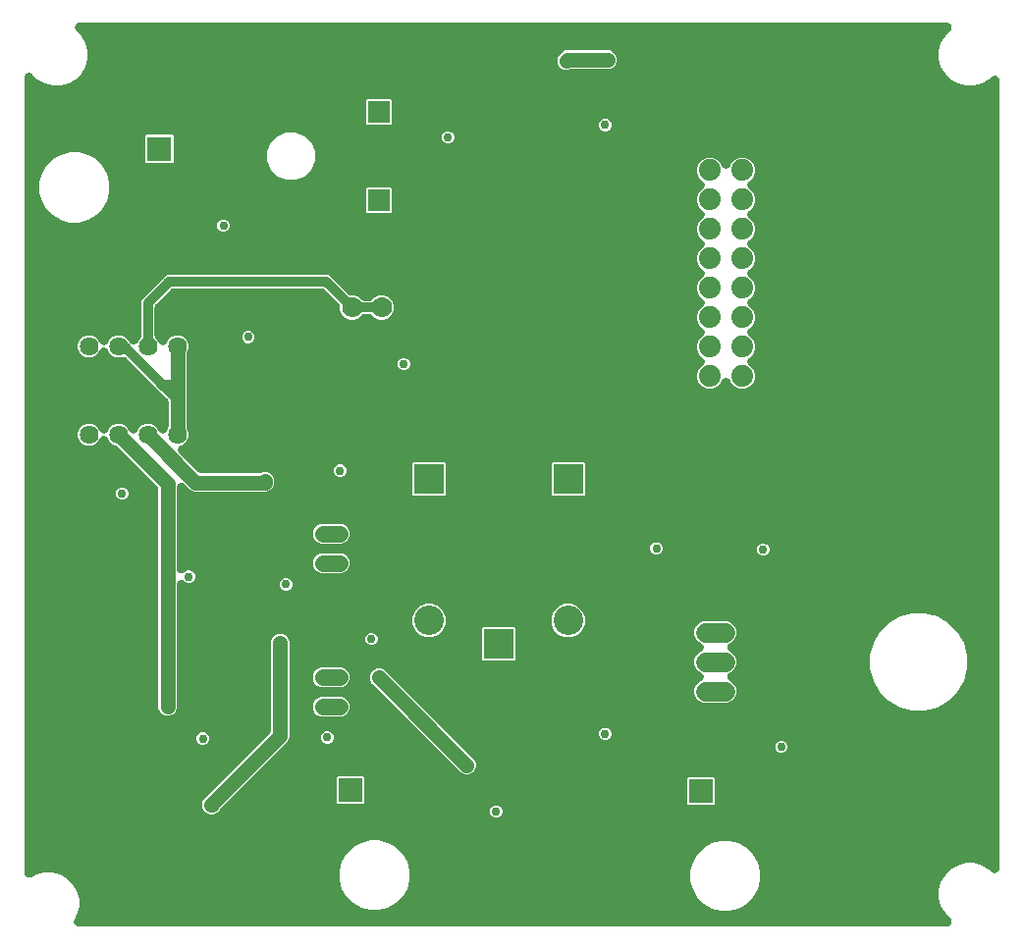
<source format=gbl>
G04 EAGLE Gerber RS-274X export*
G75*
%MOMM*%
%FSLAX34Y34*%
%LPD*%
%INBottom Copper*%
%IPPOS*%
%AMOC8*
5,1,8,0,0,1.08239X$1,22.5*%
G01*
%ADD10R,2.100000X2.100000*%
%ADD11C,1.879600*%
%ADD12R,1.905000X1.905000*%
%ADD13C,1.625600*%
%ADD14C,1.422400*%
%ADD15C,1.778000*%
%ADD16R,2.550000X2.550000*%
%ADD17C,2.550000*%
%ADD18C,1.676400*%
%ADD19C,1.270000*%
%ADD20C,0.756400*%
%ADD21C,0.508000*%
%ADD22C,0.812800*%

G36*
X806535Y-3039D02*
X806535Y-3039D01*
X806650Y-3041D01*
X806818Y-3019D01*
X806988Y-3007D01*
X807101Y-2983D01*
X807215Y-2969D01*
X807379Y-2924D01*
X807545Y-2888D01*
X807653Y-2849D01*
X807765Y-2818D01*
X807921Y-2751D01*
X808080Y-2692D01*
X808182Y-2638D01*
X808288Y-2592D01*
X808433Y-2504D01*
X808583Y-2424D01*
X808676Y-2356D01*
X808774Y-2296D01*
X808905Y-2188D01*
X809043Y-2087D01*
X809125Y-2007D01*
X809214Y-1934D01*
X809329Y-1808D01*
X809451Y-1690D01*
X809521Y-1599D01*
X809599Y-1514D01*
X809696Y-1374D01*
X809800Y-1239D01*
X809857Y-1139D01*
X809922Y-1044D01*
X809998Y-892D01*
X810082Y-744D01*
X810124Y-637D01*
X810176Y-534D01*
X810229Y-373D01*
X810292Y-215D01*
X810319Y-102D01*
X810356Y7D01*
X810386Y174D01*
X810426Y339D01*
X810437Y454D01*
X810458Y567D01*
X810465Y737D01*
X810481Y906D01*
X810476Y1021D01*
X810481Y1137D01*
X810464Y1306D01*
X810457Y1476D01*
X810436Y1589D01*
X810424Y1703D01*
X810384Y1869D01*
X810353Y2036D01*
X810316Y2145D01*
X810289Y2257D01*
X810226Y2415D01*
X810172Y2576D01*
X810120Y2679D01*
X810077Y2786D01*
X809993Y2933D01*
X809916Y3085D01*
X809851Y3180D01*
X809794Y3280D01*
X809720Y3369D01*
X809593Y3554D01*
X809368Y3798D01*
X809293Y3889D01*
X804666Y8516D01*
X801155Y14597D01*
X799337Y21381D01*
X799337Y28403D01*
X801155Y35187D01*
X804666Y41268D01*
X809632Y46234D01*
X815713Y49745D01*
X822497Y51563D01*
X829519Y51563D01*
X836303Y49745D01*
X842384Y46234D01*
X844511Y44107D01*
X844598Y44032D01*
X844678Y43949D01*
X844813Y43845D01*
X844941Y43734D01*
X845038Y43671D01*
X845129Y43600D01*
X845276Y43516D01*
X845419Y43424D01*
X845524Y43375D01*
X845624Y43318D01*
X845782Y43255D01*
X845936Y43184D01*
X846046Y43150D01*
X846153Y43108D01*
X846319Y43068D01*
X846481Y43019D01*
X846595Y43001D01*
X846707Y42974D01*
X846877Y42957D01*
X847044Y42931D01*
X847159Y42930D01*
X847274Y42919D01*
X847444Y42926D01*
X847614Y42924D01*
X847728Y42938D01*
X847844Y42943D01*
X848011Y42974D01*
X848179Y42996D01*
X848291Y43026D01*
X848404Y43047D01*
X848565Y43101D01*
X848729Y43146D01*
X848835Y43192D01*
X848944Y43228D01*
X849096Y43305D01*
X849252Y43372D01*
X849350Y43432D01*
X849453Y43484D01*
X849593Y43580D01*
X849738Y43669D01*
X849827Y43742D01*
X849922Y43807D01*
X850047Y43923D01*
X850179Y44031D01*
X850256Y44116D01*
X850341Y44194D01*
X850449Y44325D01*
X850564Y44451D01*
X850629Y44545D01*
X850702Y44635D01*
X850790Y44780D01*
X850886Y44920D01*
X850938Y45024D01*
X850997Y45122D01*
X851064Y45278D01*
X851140Y45430D01*
X851176Y45540D01*
X851222Y45646D01*
X851266Y45810D01*
X851320Y45971D01*
X851341Y46084D01*
X851371Y46196D01*
X851382Y46310D01*
X851422Y46532D01*
X851436Y46863D01*
X851447Y46980D01*
X851447Y726704D01*
X851439Y726819D01*
X851441Y726934D01*
X851419Y727102D01*
X851407Y727272D01*
X851383Y727385D01*
X851369Y727499D01*
X851324Y727663D01*
X851288Y727829D01*
X851249Y727937D01*
X851218Y728049D01*
X851151Y728205D01*
X851092Y728364D01*
X851038Y728466D01*
X850992Y728572D01*
X850904Y728717D01*
X850824Y728867D01*
X850756Y728960D01*
X850696Y729058D01*
X850588Y729189D01*
X850487Y729327D01*
X850407Y729409D01*
X850334Y729498D01*
X850208Y729613D01*
X850090Y729735D01*
X849999Y729805D01*
X849914Y729883D01*
X849773Y729980D01*
X849639Y730084D01*
X849539Y730141D01*
X849444Y730206D01*
X849292Y730282D01*
X849144Y730366D01*
X849037Y730408D01*
X848934Y730460D01*
X848773Y730513D01*
X848615Y730576D01*
X848502Y730603D01*
X848393Y730640D01*
X848226Y730670D01*
X848061Y730710D01*
X847946Y730721D01*
X847833Y730742D01*
X847663Y730749D01*
X847494Y730765D01*
X847379Y730760D01*
X847263Y730765D01*
X847094Y730748D01*
X846924Y730741D01*
X846811Y730720D01*
X846696Y730708D01*
X846531Y730668D01*
X846364Y730637D01*
X846255Y730600D01*
X846143Y730573D01*
X845985Y730510D01*
X845824Y730456D01*
X845721Y730404D01*
X845614Y730361D01*
X845467Y730277D01*
X845315Y730200D01*
X845220Y730135D01*
X845120Y730078D01*
X845031Y730004D01*
X844846Y729877D01*
X844602Y729651D01*
X844511Y729577D01*
X842384Y727450D01*
X836303Y723939D01*
X829519Y722121D01*
X822497Y722121D01*
X815713Y723939D01*
X809632Y727450D01*
X804666Y732416D01*
X801155Y738497D01*
X799337Y745281D01*
X799337Y752303D01*
X801155Y759087D01*
X804666Y765168D01*
X809193Y769695D01*
X809268Y769782D01*
X809351Y769862D01*
X809455Y769997D01*
X809566Y770125D01*
X809629Y770222D01*
X809700Y770313D01*
X809784Y770460D01*
X809876Y770603D01*
X809925Y770708D01*
X809982Y770808D01*
X810045Y770966D01*
X810116Y771120D01*
X810150Y771230D01*
X810192Y771337D01*
X810232Y771503D01*
X810281Y771665D01*
X810299Y771779D01*
X810326Y771891D01*
X810343Y772061D01*
X810369Y772228D01*
X810370Y772343D01*
X810381Y772458D01*
X810374Y772628D01*
X810376Y772798D01*
X810362Y772912D01*
X810357Y773028D01*
X810326Y773195D01*
X810304Y773363D01*
X810274Y773475D01*
X810253Y773588D01*
X810199Y773749D01*
X810154Y773913D01*
X810108Y774019D01*
X810072Y774128D01*
X809995Y774280D01*
X809928Y774436D01*
X809868Y774534D01*
X809816Y774637D01*
X809720Y774777D01*
X809631Y774922D01*
X809558Y775011D01*
X809493Y775106D01*
X809377Y775231D01*
X809269Y775363D01*
X809184Y775440D01*
X809106Y775525D01*
X808974Y775633D01*
X808849Y775748D01*
X808755Y775813D01*
X808665Y775886D01*
X808520Y775974D01*
X808380Y776070D01*
X808277Y776122D01*
X808178Y776181D01*
X808022Y776248D01*
X807870Y776324D01*
X807760Y776360D01*
X807654Y776406D01*
X807490Y776450D01*
X807329Y776504D01*
X807216Y776525D01*
X807104Y776555D01*
X806990Y776566D01*
X806768Y776606D01*
X806437Y776620D01*
X806320Y776631D01*
X58296Y776631D01*
X58181Y776623D01*
X58066Y776625D01*
X57898Y776603D01*
X57728Y776591D01*
X57615Y776567D01*
X57501Y776553D01*
X57337Y776508D01*
X57171Y776472D01*
X57063Y776433D01*
X56951Y776402D01*
X56795Y776335D01*
X56636Y776276D01*
X56534Y776222D01*
X56428Y776176D01*
X56283Y776088D01*
X56133Y776008D01*
X56040Y775940D01*
X55942Y775880D01*
X55811Y775772D01*
X55673Y775671D01*
X55591Y775591D01*
X55502Y775518D01*
X55387Y775392D01*
X55265Y775274D01*
X55195Y775183D01*
X55117Y775098D01*
X55020Y774958D01*
X54916Y774823D01*
X54859Y774723D01*
X54794Y774628D01*
X54718Y774476D01*
X54634Y774328D01*
X54592Y774221D01*
X54540Y774118D01*
X54487Y773957D01*
X54424Y773799D01*
X54397Y773686D01*
X54360Y773577D01*
X54330Y773410D01*
X54290Y773245D01*
X54279Y773130D01*
X54258Y773017D01*
X54251Y772847D01*
X54235Y772678D01*
X54240Y772563D01*
X54235Y772447D01*
X54252Y772278D01*
X54259Y772108D01*
X54280Y771995D01*
X54292Y771881D01*
X54332Y771715D01*
X54363Y771548D01*
X54400Y771439D01*
X54427Y771327D01*
X54490Y771169D01*
X54544Y771008D01*
X54596Y770905D01*
X54639Y770798D01*
X54723Y770651D01*
X54800Y770499D01*
X54865Y770404D01*
X54922Y770304D01*
X54996Y770215D01*
X55123Y770030D01*
X55348Y769786D01*
X55423Y769695D01*
X59950Y765168D01*
X63461Y759087D01*
X65279Y752303D01*
X65279Y745281D01*
X63461Y738497D01*
X59950Y732416D01*
X54984Y727450D01*
X48903Y723939D01*
X42119Y722121D01*
X35097Y722121D01*
X28313Y723939D01*
X22232Y727450D01*
X17605Y732077D01*
X17518Y732152D01*
X17438Y732235D01*
X17303Y732339D01*
X17175Y732450D01*
X17078Y732513D01*
X16987Y732584D01*
X16840Y732668D01*
X16697Y732760D01*
X16592Y732809D01*
X16492Y732866D01*
X16334Y732929D01*
X16180Y733000D01*
X16070Y733034D01*
X15963Y733076D01*
X15797Y733116D01*
X15635Y733165D01*
X15521Y733183D01*
X15409Y733210D01*
X15239Y733227D01*
X15072Y733253D01*
X14957Y733254D01*
X14842Y733265D01*
X14672Y733258D01*
X14502Y733260D01*
X14388Y733246D01*
X14272Y733241D01*
X14105Y733210D01*
X13937Y733188D01*
X13825Y733158D01*
X13712Y733137D01*
X13551Y733083D01*
X13387Y733038D01*
X13281Y732992D01*
X13172Y732956D01*
X13020Y732879D01*
X12864Y732812D01*
X12766Y732752D01*
X12663Y732700D01*
X12523Y732604D01*
X12378Y732515D01*
X12289Y732442D01*
X12194Y732377D01*
X12069Y732261D01*
X11937Y732153D01*
X11860Y732068D01*
X11775Y731990D01*
X11667Y731858D01*
X11552Y731733D01*
X11487Y731639D01*
X11414Y731549D01*
X11326Y731404D01*
X11230Y731264D01*
X11178Y731161D01*
X11119Y731062D01*
X11052Y730906D01*
X10976Y730754D01*
X10940Y730644D01*
X10894Y730538D01*
X10850Y730374D01*
X10796Y730213D01*
X10775Y730100D01*
X10745Y729988D01*
X10734Y729874D01*
X10694Y729652D01*
X10680Y729321D01*
X10669Y729204D01*
X10669Y42974D01*
X10680Y42821D01*
X10680Y42668D01*
X10699Y42537D01*
X10709Y42406D01*
X10741Y42256D01*
X10763Y42104D01*
X10800Y41977D01*
X10828Y41849D01*
X10881Y41705D01*
X10924Y41557D01*
X10978Y41438D01*
X11024Y41314D01*
X11096Y41178D01*
X11160Y41039D01*
X11230Y40927D01*
X11292Y40811D01*
X11383Y40687D01*
X11465Y40558D01*
X11551Y40458D01*
X11629Y40351D01*
X11736Y40242D01*
X11836Y40125D01*
X11934Y40038D01*
X12026Y39943D01*
X12148Y39849D01*
X12263Y39748D01*
X12373Y39675D01*
X12477Y39594D01*
X12610Y39518D01*
X12738Y39434D01*
X12857Y39378D01*
X12972Y39312D01*
X13115Y39256D01*
X13253Y39190D01*
X13379Y39151D01*
X13501Y39102D01*
X13651Y39066D01*
X13797Y39020D01*
X13927Y38999D01*
X14055Y38968D01*
X14208Y38953D01*
X14360Y38928D01*
X14491Y38925D01*
X14622Y38913D01*
X14776Y38919D01*
X14929Y38916D01*
X15060Y38932D01*
X15192Y38937D01*
X15342Y38965D01*
X15495Y38983D01*
X15622Y39017D01*
X15752Y39041D01*
X15897Y39090D01*
X16046Y39129D01*
X16134Y39170D01*
X16292Y39223D01*
X16695Y39425D01*
X16764Y39456D01*
X20947Y41871D01*
X27731Y43689D01*
X34753Y43689D01*
X41537Y41871D01*
X47618Y38360D01*
X52584Y33394D01*
X56095Y27313D01*
X57913Y20529D01*
X57913Y13507D01*
X56095Y6723D01*
X53973Y3048D01*
X53906Y2910D01*
X53830Y2776D01*
X53781Y2654D01*
X53723Y2535D01*
X53676Y2389D01*
X53619Y2247D01*
X53588Y2119D01*
X53548Y1993D01*
X53521Y1842D01*
X53485Y1693D01*
X53472Y1562D01*
X53450Y1432D01*
X53445Y1279D01*
X53430Y1126D01*
X53436Y994D01*
X53431Y863D01*
X53448Y710D01*
X53455Y556D01*
X53479Y427D01*
X53493Y296D01*
X53531Y147D01*
X53559Y-4D01*
X53600Y-129D01*
X53633Y-256D01*
X53691Y-398D01*
X53740Y-544D01*
X53799Y-662D01*
X53849Y-784D01*
X53926Y-916D01*
X53995Y-1053D01*
X54070Y-1162D01*
X54136Y-1275D01*
X54232Y-1396D01*
X54319Y-1522D01*
X54408Y-1619D01*
X54490Y-1722D01*
X54601Y-1828D01*
X54705Y-1941D01*
X54807Y-2025D01*
X54902Y-2115D01*
X55027Y-2204D01*
X55146Y-2302D01*
X55259Y-2370D01*
X55366Y-2447D01*
X55502Y-2518D01*
X55633Y-2597D01*
X55754Y-2649D01*
X55871Y-2710D01*
X56016Y-2761D01*
X56157Y-2822D01*
X56284Y-2856D01*
X56408Y-2900D01*
X56559Y-2931D01*
X56707Y-2971D01*
X56804Y-2980D01*
X56967Y-3013D01*
X57417Y-3040D01*
X57492Y-3047D01*
X806420Y-3047D01*
X806535Y-3039D01*
G37*
%LPC*%
G36*
X132546Y178561D02*
X132546Y178561D01*
X129651Y179760D01*
X127436Y181975D01*
X126237Y184870D01*
X126237Y374023D01*
X126233Y374083D01*
X126235Y374144D01*
X126213Y374367D01*
X126197Y374591D01*
X126185Y374651D01*
X126179Y374711D01*
X126125Y374929D01*
X126078Y375149D01*
X126058Y375205D01*
X126043Y375264D01*
X125960Y375473D01*
X125882Y375684D01*
X125854Y375737D01*
X125832Y375793D01*
X125720Y375988D01*
X125614Y376186D01*
X125578Y376235D01*
X125548Y376287D01*
X125473Y376378D01*
X125277Y376646D01*
X125120Y376807D01*
X125047Y376896D01*
X91344Y410599D01*
X91255Y410677D01*
X91173Y410761D01*
X91040Y410863D01*
X90914Y410973D01*
X90815Y411037D01*
X90722Y411109D01*
X90621Y411163D01*
X90436Y411283D01*
X90129Y411425D01*
X90026Y411480D01*
X86480Y412949D01*
X83765Y415664D01*
X83002Y417506D01*
X82950Y417609D01*
X82908Y417716D01*
X82824Y417863D01*
X82748Y418016D01*
X82682Y418111D01*
X82625Y418211D01*
X82521Y418345D01*
X82424Y418485D01*
X82346Y418570D01*
X82276Y418661D01*
X82154Y418779D01*
X82039Y418904D01*
X81950Y418977D01*
X81867Y419058D01*
X81730Y419158D01*
X81598Y419266D01*
X81499Y419326D01*
X81407Y419393D01*
X81257Y419473D01*
X81111Y419562D01*
X81005Y419607D01*
X80904Y419662D01*
X80744Y419720D01*
X80588Y419787D01*
X80476Y419817D01*
X80368Y419857D01*
X80202Y419892D01*
X80038Y419937D01*
X79924Y419951D01*
X79811Y419975D01*
X79641Y419987D01*
X79473Y420008D01*
X79358Y420006D01*
X79243Y420014D01*
X79073Y420002D01*
X78903Y420000D01*
X78789Y419982D01*
X78674Y419973D01*
X78508Y419938D01*
X78340Y419911D01*
X78230Y419878D01*
X78117Y419854D01*
X77958Y419795D01*
X77795Y419745D01*
X77691Y419697D01*
X77582Y419657D01*
X77433Y419577D01*
X77279Y419505D01*
X77182Y419442D01*
X77080Y419388D01*
X76943Y419287D01*
X76801Y419194D01*
X76714Y419119D01*
X76621Y419051D01*
X76499Y418932D01*
X76371Y418820D01*
X76296Y418733D01*
X76213Y418653D01*
X76109Y418518D01*
X75998Y418390D01*
X75935Y418293D01*
X75865Y418202D01*
X75811Y418100D01*
X75689Y417911D01*
X75550Y417610D01*
X75494Y417506D01*
X74731Y415664D01*
X72016Y412949D01*
X68468Y411479D01*
X64628Y411479D01*
X61080Y412949D01*
X58365Y415664D01*
X56895Y419212D01*
X56895Y423052D01*
X58365Y426600D01*
X61080Y429315D01*
X64628Y430785D01*
X68468Y430785D01*
X72016Y429315D01*
X74731Y426600D01*
X75494Y424758D01*
X75545Y424655D01*
X75588Y424548D01*
X75673Y424400D01*
X75748Y424248D01*
X75814Y424153D01*
X75871Y424053D01*
X75975Y423919D01*
X76072Y423779D01*
X76150Y423694D01*
X76220Y423603D01*
X76342Y423485D01*
X76457Y423360D01*
X76546Y423287D01*
X76629Y423206D01*
X76767Y423106D01*
X76898Y422998D01*
X76996Y422938D01*
X77090Y422871D01*
X77240Y422791D01*
X77385Y422702D01*
X77491Y422657D01*
X77592Y422602D01*
X77752Y422544D01*
X77908Y422477D01*
X78019Y422447D01*
X78128Y422407D01*
X78294Y422372D01*
X78458Y422327D01*
X78572Y422313D01*
X78685Y422289D01*
X78855Y422277D01*
X79023Y422256D01*
X79138Y422258D01*
X79253Y422250D01*
X79423Y422262D01*
X79593Y422265D01*
X79707Y422282D01*
X79822Y422291D01*
X79988Y422326D01*
X80156Y422353D01*
X80266Y422386D01*
X80379Y422410D01*
X80539Y422469D01*
X80701Y422519D01*
X80805Y422567D01*
X80914Y422607D01*
X81064Y422687D01*
X81218Y422759D01*
X81314Y422822D01*
X81416Y422876D01*
X81553Y422977D01*
X81695Y423070D01*
X81782Y423145D01*
X81875Y423213D01*
X81997Y423332D01*
X82125Y423444D01*
X82201Y423531D01*
X82283Y423611D01*
X82387Y423746D01*
X82498Y423874D01*
X82561Y423971D01*
X82631Y424062D01*
X82685Y424164D01*
X82807Y424353D01*
X82947Y424654D01*
X83002Y424758D01*
X83765Y426600D01*
X86480Y429315D01*
X90028Y430785D01*
X93868Y430785D01*
X97416Y429315D01*
X100131Y426600D01*
X100894Y424758D01*
X100945Y424655D01*
X100988Y424548D01*
X101073Y424400D01*
X101148Y424248D01*
X101214Y424153D01*
X101271Y424053D01*
X101375Y423919D01*
X101472Y423779D01*
X101550Y423694D01*
X101620Y423603D01*
X101742Y423485D01*
X101857Y423360D01*
X101946Y423287D01*
X102029Y423206D01*
X102167Y423106D01*
X102298Y422998D01*
X102396Y422938D01*
X102490Y422871D01*
X102640Y422791D01*
X102785Y422702D01*
X102891Y422657D01*
X102992Y422602D01*
X103152Y422544D01*
X103308Y422477D01*
X103419Y422447D01*
X103528Y422407D01*
X103694Y422372D01*
X103858Y422327D01*
X103972Y422313D01*
X104085Y422289D01*
X104255Y422277D01*
X104423Y422256D01*
X104538Y422258D01*
X104653Y422250D01*
X104823Y422262D01*
X104993Y422265D01*
X105107Y422282D01*
X105222Y422291D01*
X105388Y422326D01*
X105556Y422353D01*
X105666Y422386D01*
X105779Y422410D01*
X105939Y422469D01*
X106101Y422519D01*
X106205Y422567D01*
X106314Y422607D01*
X106464Y422687D01*
X106618Y422759D01*
X106714Y422822D01*
X106816Y422876D01*
X106953Y422977D01*
X107095Y423070D01*
X107182Y423145D01*
X107275Y423213D01*
X107397Y423332D01*
X107525Y423444D01*
X107601Y423531D01*
X107683Y423611D01*
X107787Y423746D01*
X107898Y423874D01*
X107961Y423971D01*
X108031Y424062D01*
X108085Y424164D01*
X108207Y424353D01*
X108347Y424654D01*
X108402Y424758D01*
X109165Y426600D01*
X111880Y429315D01*
X115428Y430785D01*
X119268Y430785D01*
X122816Y429315D01*
X125531Y426600D01*
X126294Y424758D01*
X126346Y424655D01*
X126388Y424548D01*
X126472Y424401D01*
X126548Y424248D01*
X126614Y424153D01*
X126671Y424053D01*
X126775Y423919D01*
X126872Y423779D01*
X126950Y423694D01*
X127020Y423603D01*
X127142Y423485D01*
X127257Y423360D01*
X127346Y423287D01*
X127429Y423206D01*
X127566Y423106D01*
X127698Y422998D01*
X127797Y422938D01*
X127889Y422871D01*
X128039Y422791D01*
X128185Y422702D01*
X128291Y422657D01*
X128392Y422602D01*
X128552Y422544D01*
X128708Y422477D01*
X128819Y422447D01*
X128928Y422407D01*
X129094Y422372D01*
X129258Y422327D01*
X129372Y422313D01*
X129485Y422289D01*
X129655Y422277D01*
X129823Y422256D01*
X129938Y422258D01*
X130053Y422250D01*
X130223Y422262D01*
X130393Y422264D01*
X130507Y422282D01*
X130622Y422291D01*
X130788Y422326D01*
X130956Y422353D01*
X131066Y422386D01*
X131179Y422410D01*
X131338Y422469D01*
X131501Y422519D01*
X131605Y422567D01*
X131714Y422607D01*
X131864Y422687D01*
X132017Y422759D01*
X132114Y422822D01*
X132216Y422876D01*
X132353Y422977D01*
X132495Y423070D01*
X132582Y423145D01*
X132675Y423213D01*
X132797Y423332D01*
X132925Y423444D01*
X133001Y423531D01*
X133083Y423611D01*
X133186Y423746D01*
X133298Y423874D01*
X133361Y423971D01*
X133431Y424062D01*
X133485Y424164D01*
X133607Y424353D01*
X133747Y424654D01*
X133802Y424758D01*
X134564Y426598D01*
X134601Y426710D01*
X134648Y426818D01*
X134692Y426979D01*
X134745Y427138D01*
X134766Y427254D01*
X134797Y427368D01*
X134808Y427482D01*
X134848Y427699D01*
X134862Y428037D01*
X134873Y428153D01*
X134873Y449900D01*
X134869Y449960D01*
X134871Y450021D01*
X134849Y450244D01*
X134833Y450468D01*
X134821Y450528D01*
X134815Y450588D01*
X134761Y450806D01*
X134714Y451026D01*
X134694Y451082D01*
X134679Y451141D01*
X134596Y451350D01*
X134518Y451561D01*
X134490Y451614D01*
X134468Y451670D01*
X134356Y451865D01*
X134250Y452063D01*
X134214Y452112D01*
X134184Y452164D01*
X134109Y452255D01*
X133913Y452523D01*
X133756Y452684D01*
X133683Y452773D01*
X125247Y461210D01*
X99259Y487197D01*
X99257Y487199D01*
X99255Y487201D01*
X99042Y487386D01*
X98829Y487571D01*
X98827Y487572D01*
X98825Y487574D01*
X98584Y487730D01*
X98351Y487881D01*
X98348Y487882D01*
X98346Y487883D01*
X98089Y488002D01*
X97834Y488121D01*
X97831Y488121D01*
X97829Y488123D01*
X97561Y488203D01*
X97289Y488286D01*
X97286Y488286D01*
X97283Y488287D01*
X96998Y488331D01*
X96725Y488373D01*
X96723Y488373D01*
X96720Y488374D01*
X96432Y488377D01*
X96156Y488381D01*
X96153Y488381D01*
X96150Y488381D01*
X95878Y488345D01*
X95591Y488309D01*
X95588Y488308D01*
X95585Y488308D01*
X95573Y488304D01*
X95041Y488158D01*
X94913Y488103D01*
X94831Y488078D01*
X93868Y487679D01*
X90028Y487679D01*
X86480Y489149D01*
X83765Y491864D01*
X83002Y493706D01*
X82950Y493809D01*
X82908Y493916D01*
X82824Y494063D01*
X82748Y494216D01*
X82682Y494311D01*
X82625Y494411D01*
X82521Y494545D01*
X82424Y494685D01*
X82346Y494770D01*
X82276Y494861D01*
X82154Y494979D01*
X82039Y495104D01*
X81950Y495177D01*
X81867Y495258D01*
X81730Y495358D01*
X81598Y495466D01*
X81499Y495526D01*
X81407Y495593D01*
X81257Y495673D01*
X81111Y495762D01*
X81005Y495807D01*
X80904Y495862D01*
X80744Y495920D01*
X80588Y495987D01*
X80476Y496017D01*
X80368Y496057D01*
X80202Y496092D01*
X80038Y496137D01*
X79924Y496151D01*
X79811Y496175D01*
X79641Y496187D01*
X79473Y496208D01*
X79358Y496206D01*
X79243Y496214D01*
X79073Y496202D01*
X78903Y496200D01*
X78789Y496182D01*
X78674Y496173D01*
X78508Y496138D01*
X78340Y496111D01*
X78230Y496078D01*
X78117Y496054D01*
X77958Y495995D01*
X77795Y495945D01*
X77691Y495897D01*
X77582Y495857D01*
X77433Y495777D01*
X77279Y495705D01*
X77182Y495642D01*
X77080Y495588D01*
X76943Y495487D01*
X76801Y495394D01*
X76714Y495319D01*
X76621Y495251D01*
X76499Y495132D01*
X76371Y495020D01*
X76296Y494933D01*
X76213Y494853D01*
X76109Y494718D01*
X75998Y494590D01*
X75935Y494493D01*
X75865Y494402D01*
X75811Y494300D01*
X75689Y494111D01*
X75550Y493810D01*
X75494Y493706D01*
X74731Y491864D01*
X72016Y489149D01*
X68468Y487679D01*
X64628Y487679D01*
X61080Y489149D01*
X58365Y491864D01*
X56895Y495412D01*
X56895Y499252D01*
X58365Y502800D01*
X61080Y505515D01*
X64628Y506985D01*
X68468Y506985D01*
X72016Y505515D01*
X74731Y502800D01*
X75494Y500958D01*
X75545Y500855D01*
X75588Y500748D01*
X75673Y500600D01*
X75748Y500448D01*
X75814Y500353D01*
X75871Y500253D01*
X75975Y500119D01*
X76072Y499979D01*
X76150Y499894D01*
X76220Y499803D01*
X76342Y499685D01*
X76457Y499560D01*
X76546Y499487D01*
X76629Y499406D01*
X76767Y499306D01*
X76898Y499198D01*
X76996Y499138D01*
X77090Y499071D01*
X77240Y498991D01*
X77385Y498902D01*
X77491Y498857D01*
X77592Y498802D01*
X77752Y498744D01*
X77908Y498677D01*
X78019Y498647D01*
X78128Y498607D01*
X78294Y498572D01*
X78458Y498527D01*
X78572Y498513D01*
X78685Y498489D01*
X78855Y498477D01*
X79023Y498456D01*
X79138Y498458D01*
X79253Y498450D01*
X79423Y498462D01*
X79593Y498465D01*
X79707Y498482D01*
X79822Y498491D01*
X79988Y498526D01*
X80156Y498553D01*
X80266Y498586D01*
X80379Y498610D01*
X80539Y498669D01*
X80701Y498719D01*
X80805Y498767D01*
X80914Y498807D01*
X81064Y498887D01*
X81218Y498959D01*
X81314Y499022D01*
X81416Y499076D01*
X81553Y499177D01*
X81695Y499270D01*
X81782Y499345D01*
X81875Y499413D01*
X81997Y499532D01*
X82125Y499644D01*
X82201Y499731D01*
X82283Y499811D01*
X82387Y499946D01*
X82498Y500074D01*
X82561Y500171D01*
X82631Y500262D01*
X82685Y500364D01*
X82807Y500553D01*
X82947Y500854D01*
X83002Y500958D01*
X83765Y502800D01*
X86480Y505515D01*
X90028Y506985D01*
X93868Y506985D01*
X97416Y505515D01*
X100131Y502800D01*
X100294Y502407D01*
X100346Y502302D01*
X100390Y502192D01*
X100474Y502047D01*
X100548Y501897D01*
X100615Y501800D01*
X100674Y501698D01*
X100746Y501610D01*
X100871Y501428D01*
X101101Y501179D01*
X101175Y501089D01*
X102023Y500240D01*
X102154Y500127D01*
X102278Y500007D01*
X102369Y499940D01*
X102454Y499867D01*
X102599Y499773D01*
X102738Y499671D01*
X102838Y499618D01*
X102932Y499557D01*
X103088Y499484D01*
X103241Y499403D01*
X103347Y499364D01*
X103449Y499317D01*
X103614Y499267D01*
X103776Y499208D01*
X103886Y499184D01*
X103994Y499152D01*
X104165Y499125D01*
X104334Y499089D01*
X104446Y499082D01*
X104557Y499064D01*
X104730Y499062D01*
X104902Y499050D01*
X105014Y499058D01*
X105127Y499057D01*
X105298Y499078D01*
X105470Y499091D01*
X105580Y499114D01*
X105692Y499129D01*
X105859Y499174D01*
X106027Y499211D01*
X106133Y499249D01*
X106242Y499279D01*
X106400Y499348D01*
X106562Y499407D01*
X106661Y499460D01*
X106765Y499505D01*
X106912Y499595D01*
X107064Y499677D01*
X107155Y499743D01*
X107251Y499802D01*
X107384Y499911D01*
X107524Y500014D01*
X107604Y500092D01*
X107691Y500164D01*
X107808Y500291D01*
X107932Y500412D01*
X108000Y500501D01*
X108076Y500584D01*
X108174Y500726D01*
X108280Y500863D01*
X108320Y500938D01*
X108399Y501053D01*
X108644Y501547D01*
X108651Y501558D01*
X109165Y502800D01*
X110569Y504204D01*
X110609Y504250D01*
X110653Y504291D01*
X110795Y504465D01*
X110943Y504634D01*
X110976Y504685D01*
X111014Y504732D01*
X111131Y504924D01*
X111253Y505113D01*
X111278Y505167D01*
X111309Y505219D01*
X111398Y505425D01*
X111493Y505629D01*
X111510Y505687D01*
X111534Y505743D01*
X111592Y505959D01*
X111658Y506175D01*
X111667Y506234D01*
X111683Y506293D01*
X111694Y506410D01*
X111745Y506738D01*
X111748Y506963D01*
X111759Y507077D01*
X111759Y536036D01*
X112610Y538090D01*
X132470Y557950D01*
X134524Y558801D01*
X272016Y558801D01*
X274070Y557950D01*
X289555Y542465D01*
X289600Y542425D01*
X289641Y542381D01*
X289815Y542239D01*
X289985Y542091D01*
X290036Y542058D01*
X290082Y542020D01*
X290275Y541903D01*
X290463Y541781D01*
X290518Y541756D01*
X290570Y541725D01*
X290776Y541636D01*
X290980Y541541D01*
X291038Y541524D01*
X291093Y541500D01*
X291310Y541442D01*
X291525Y541376D01*
X291585Y541367D01*
X291643Y541351D01*
X291760Y541340D01*
X292088Y541289D01*
X292313Y541286D01*
X292428Y541275D01*
X295328Y541275D01*
X299156Y539689D01*
X301206Y537639D01*
X301251Y537599D01*
X301292Y537555D01*
X301466Y537413D01*
X301636Y537265D01*
X301687Y537232D01*
X301733Y537194D01*
X301926Y537077D01*
X302114Y536955D01*
X302169Y536930D01*
X302221Y536899D01*
X302427Y536810D01*
X302631Y536715D01*
X302689Y536698D01*
X302744Y536674D01*
X302961Y536616D01*
X303176Y536550D01*
X303236Y536541D01*
X303294Y536525D01*
X303411Y536514D01*
X303739Y536463D01*
X303964Y536460D01*
X304079Y536449D01*
X307833Y536449D01*
X307893Y536453D01*
X307954Y536451D01*
X308177Y536473D01*
X308401Y536489D01*
X308461Y536501D01*
X308520Y536507D01*
X308739Y536561D01*
X308959Y536608D01*
X309015Y536628D01*
X309074Y536643D01*
X309283Y536726D01*
X309494Y536804D01*
X309547Y536832D01*
X309603Y536854D01*
X309798Y536966D01*
X309996Y537072D01*
X310045Y537108D01*
X310097Y537138D01*
X310188Y537213D01*
X310456Y537409D01*
X310617Y537566D01*
X310706Y537639D01*
X312756Y539689D01*
X316584Y541275D01*
X320728Y541275D01*
X324556Y539689D01*
X327485Y536760D01*
X329071Y532932D01*
X329071Y528788D01*
X327485Y524960D01*
X324556Y522031D01*
X320728Y520445D01*
X316584Y520445D01*
X312756Y522031D01*
X310706Y524081D01*
X310661Y524121D01*
X310620Y524165D01*
X310446Y524307D01*
X310276Y524455D01*
X310225Y524488D01*
X310179Y524526D01*
X309986Y524643D01*
X309798Y524765D01*
X309743Y524790D01*
X309691Y524821D01*
X309485Y524910D01*
X309281Y525005D01*
X309223Y525022D01*
X309168Y525046D01*
X308951Y525104D01*
X308736Y525170D01*
X308676Y525179D01*
X308618Y525195D01*
X308501Y525206D01*
X308173Y525257D01*
X307948Y525260D01*
X307833Y525271D01*
X304079Y525271D01*
X304019Y525267D01*
X303958Y525269D01*
X303735Y525247D01*
X303511Y525231D01*
X303451Y525219D01*
X303392Y525213D01*
X303173Y525159D01*
X302953Y525112D01*
X302897Y525092D01*
X302838Y525077D01*
X302629Y524994D01*
X302418Y524916D01*
X302365Y524888D01*
X302309Y524866D01*
X302114Y524754D01*
X301916Y524648D01*
X301867Y524612D01*
X301815Y524582D01*
X301724Y524507D01*
X301456Y524311D01*
X301295Y524154D01*
X301206Y524081D01*
X299156Y522031D01*
X295328Y520445D01*
X291184Y520445D01*
X287356Y522031D01*
X284427Y524960D01*
X282841Y528788D01*
X282841Y531688D01*
X282837Y531748D01*
X282839Y531809D01*
X282817Y532032D01*
X282801Y532256D01*
X282789Y532316D01*
X282783Y532376D01*
X282729Y532594D01*
X282682Y532814D01*
X282662Y532870D01*
X282647Y532929D01*
X282564Y533138D01*
X282486Y533349D01*
X282458Y533402D01*
X282436Y533458D01*
X282324Y533653D01*
X282218Y533851D01*
X282182Y533900D01*
X282152Y533952D01*
X282077Y534043D01*
X281881Y534311D01*
X281724Y534472D01*
X281651Y534561D01*
X269779Y546433D01*
X269734Y546473D01*
X269693Y546517D01*
X269519Y546659D01*
X269349Y546807D01*
X269298Y546840D01*
X269252Y546878D01*
X269059Y546995D01*
X268871Y547117D01*
X268816Y547142D01*
X268764Y547173D01*
X268558Y547262D01*
X268354Y547357D01*
X268296Y547374D01*
X268241Y547398D01*
X268024Y547456D01*
X267809Y547522D01*
X267749Y547531D01*
X267691Y547547D01*
X267574Y547558D01*
X267246Y547609D01*
X267021Y547612D01*
X266906Y547623D01*
X139634Y547623D01*
X139574Y547619D01*
X139513Y547621D01*
X139290Y547599D01*
X139066Y547583D01*
X139006Y547571D01*
X138946Y547565D01*
X138728Y547511D01*
X138508Y547464D01*
X138452Y547444D01*
X138393Y547429D01*
X138184Y547346D01*
X137973Y547268D01*
X137920Y547240D01*
X137864Y547218D01*
X137669Y547106D01*
X137471Y547000D01*
X137422Y546964D01*
X137370Y546934D01*
X137279Y546859D01*
X137011Y546663D01*
X136850Y546506D01*
X136761Y546433D01*
X124127Y533799D01*
X124087Y533754D01*
X124043Y533713D01*
X123901Y533539D01*
X123753Y533369D01*
X123720Y533318D01*
X123682Y533272D01*
X123565Y533079D01*
X123443Y532891D01*
X123418Y532836D01*
X123387Y532784D01*
X123298Y532578D01*
X123203Y532374D01*
X123186Y532316D01*
X123162Y532261D01*
X123103Y532043D01*
X123038Y531829D01*
X123029Y531769D01*
X123013Y531711D01*
X123002Y531594D01*
X122951Y531266D01*
X122948Y531041D01*
X122937Y530926D01*
X122937Y507077D01*
X122941Y507017D01*
X122939Y506957D01*
X122961Y506733D01*
X122977Y506509D01*
X122989Y506450D01*
X122995Y506390D01*
X123049Y506172D01*
X123096Y505952D01*
X123116Y505895D01*
X123131Y505836D01*
X123214Y505628D01*
X123292Y505417D01*
X123320Y505363D01*
X123342Y505307D01*
X123454Y505112D01*
X123560Y504914D01*
X123596Y504866D01*
X123626Y504813D01*
X123701Y504722D01*
X123897Y504454D01*
X124054Y504293D01*
X124127Y504204D01*
X125531Y502800D01*
X126294Y500958D01*
X126345Y500855D01*
X126388Y500748D01*
X126473Y500600D01*
X126548Y500448D01*
X126614Y500353D01*
X126671Y500253D01*
X126775Y500119D01*
X126872Y499979D01*
X126950Y499894D01*
X127020Y499803D01*
X127142Y499685D01*
X127257Y499560D01*
X127346Y499487D01*
X127429Y499406D01*
X127567Y499306D01*
X127698Y499198D01*
X127796Y499138D01*
X127890Y499071D01*
X128040Y498991D01*
X128185Y498902D01*
X128291Y498857D01*
X128392Y498802D01*
X128552Y498744D01*
X128708Y498677D01*
X128819Y498647D01*
X128928Y498607D01*
X129094Y498572D01*
X129258Y498527D01*
X129372Y498513D01*
X129485Y498489D01*
X129655Y498477D01*
X129823Y498456D01*
X129938Y498458D01*
X130053Y498450D01*
X130223Y498462D01*
X130393Y498465D01*
X130507Y498482D01*
X130622Y498491D01*
X130788Y498526D01*
X130956Y498553D01*
X131066Y498586D01*
X131179Y498610D01*
X131339Y498669D01*
X131501Y498719D01*
X131605Y498767D01*
X131714Y498807D01*
X131864Y498887D01*
X132018Y498959D01*
X132114Y499022D01*
X132216Y499076D01*
X132353Y499177D01*
X132495Y499270D01*
X132582Y499345D01*
X132675Y499413D01*
X132797Y499532D01*
X132925Y499644D01*
X133001Y499731D01*
X133083Y499811D01*
X133187Y499946D01*
X133298Y500074D01*
X133361Y500171D01*
X133431Y500262D01*
X133485Y500364D01*
X133607Y500553D01*
X133747Y500854D01*
X133802Y500958D01*
X134565Y502800D01*
X137280Y505515D01*
X140828Y506985D01*
X144668Y506985D01*
X148216Y505515D01*
X150931Y502800D01*
X152401Y499252D01*
X152401Y495412D01*
X150932Y491866D01*
X150895Y491754D01*
X150848Y491646D01*
X150805Y491485D01*
X150751Y491326D01*
X150730Y491210D01*
X150699Y491096D01*
X150688Y490982D01*
X150648Y490765D01*
X150634Y490427D01*
X150623Y490311D01*
X150623Y428153D01*
X150631Y428035D01*
X150630Y427917D01*
X150651Y427751D01*
X150663Y427584D01*
X150687Y427469D01*
X150702Y427352D01*
X150736Y427243D01*
X150782Y427027D01*
X150898Y426709D01*
X150932Y426598D01*
X152401Y423052D01*
X152401Y419212D01*
X150931Y415664D01*
X148216Y412949D01*
X145668Y411894D01*
X145514Y411817D01*
X145355Y411748D01*
X145259Y411689D01*
X145158Y411639D01*
X145016Y411541D01*
X144869Y411451D01*
X144782Y411380D01*
X144689Y411316D01*
X144562Y411199D01*
X144429Y411089D01*
X144353Y411006D01*
X144270Y410930D01*
X144160Y410797D01*
X144044Y410669D01*
X143980Y410577D01*
X143909Y410490D01*
X143819Y410342D01*
X143721Y410200D01*
X143671Y410099D01*
X143612Y410003D01*
X143544Y409844D01*
X143467Y409690D01*
X143432Y409583D01*
X143387Y409479D01*
X143342Y409313D01*
X143287Y409149D01*
X143267Y409038D01*
X143238Y408930D01*
X143216Y408759D01*
X143185Y408588D01*
X143180Y408476D01*
X143166Y408364D01*
X143169Y408192D01*
X143162Y408019D01*
X143173Y407907D01*
X143175Y407795D01*
X143201Y407624D01*
X143219Y407452D01*
X143245Y407343D01*
X143263Y407232D01*
X143313Y407066D01*
X143354Y406899D01*
X143396Y406794D01*
X143429Y406687D01*
X143501Y406530D01*
X143566Y406370D01*
X143622Y406272D01*
X143669Y406170D01*
X143763Y406025D01*
X143849Y405875D01*
X143904Y405809D01*
X143980Y405692D01*
X144341Y405277D01*
X144350Y405266D01*
X160568Y389049D01*
X160613Y389009D01*
X160654Y388965D01*
X160828Y388823D01*
X160998Y388675D01*
X161049Y388642D01*
X161095Y388604D01*
X161288Y388487D01*
X161476Y388365D01*
X161531Y388340D01*
X161582Y388309D01*
X161789Y388220D01*
X161993Y388125D01*
X162051Y388108D01*
X162106Y388084D01*
X162323Y388026D01*
X162538Y387960D01*
X162598Y387951D01*
X162656Y387935D01*
X162773Y387924D01*
X163101Y387873D01*
X163326Y387870D01*
X163441Y387859D01*
X213105Y387859D01*
X213222Y387867D01*
X213340Y387866D01*
X213506Y387887D01*
X213673Y387899D01*
X213788Y387923D01*
X213905Y387938D01*
X214015Y387972D01*
X214230Y388018D01*
X214548Y388134D01*
X214659Y388168D01*
X216366Y388875D01*
X219498Y388875D01*
X222393Y387676D01*
X224608Y385461D01*
X225807Y382566D01*
X225807Y378418D01*
X224608Y375523D01*
X222393Y373308D01*
X219498Y372109D01*
X156930Y372109D01*
X154035Y373308D01*
X148923Y378420D01*
X148836Y378496D01*
X148756Y378578D01*
X148621Y378682D01*
X148493Y378794D01*
X148396Y378857D01*
X148305Y378927D01*
X148158Y379011D01*
X148015Y379104D01*
X147910Y379152D01*
X147810Y379209D01*
X147652Y379272D01*
X147498Y379344D01*
X147388Y379377D01*
X147281Y379420D01*
X147115Y379460D01*
X146953Y379509D01*
X146839Y379527D01*
X146727Y379554D01*
X146557Y379570D01*
X146390Y379596D01*
X146275Y379598D01*
X146160Y379609D01*
X145990Y379602D01*
X145820Y379604D01*
X145706Y379589D01*
X145590Y379584D01*
X145423Y379553D01*
X145255Y379532D01*
X145143Y379501D01*
X145030Y379480D01*
X144869Y379426D01*
X144705Y379381D01*
X144599Y379336D01*
X144490Y379299D01*
X144338Y379223D01*
X144182Y379156D01*
X144084Y379096D01*
X143981Y379044D01*
X143841Y378947D01*
X143696Y378859D01*
X143607Y378786D01*
X143512Y378720D01*
X143387Y378605D01*
X143255Y378497D01*
X143178Y378412D01*
X143093Y378334D01*
X142985Y378202D01*
X142870Y378077D01*
X142805Y377982D01*
X142732Y377893D01*
X142644Y377747D01*
X142548Y377607D01*
X142496Y377504D01*
X142437Y377406D01*
X142370Y377250D01*
X142294Y377097D01*
X142258Y376988D01*
X142212Y376882D01*
X142168Y376718D01*
X142114Y376556D01*
X142093Y376443D01*
X142063Y376332D01*
X142052Y376217D01*
X142012Y375996D01*
X141998Y375664D01*
X141987Y375547D01*
X141987Y305605D01*
X141995Y305490D01*
X141993Y305375D01*
X142015Y305207D01*
X142027Y305037D01*
X142051Y304924D01*
X142065Y304810D01*
X142110Y304646D01*
X142146Y304480D01*
X142185Y304371D01*
X142216Y304260D01*
X142283Y304104D01*
X142342Y303944D01*
X142396Y303843D01*
X142442Y303737D01*
X142530Y303592D01*
X142610Y303442D01*
X142678Y303349D01*
X142738Y303251D01*
X142846Y303119D01*
X142947Y302982D01*
X143027Y302900D01*
X143100Y302811D01*
X143226Y302696D01*
X143344Y302574D01*
X143435Y302503D01*
X143520Y302425D01*
X143661Y302329D01*
X143795Y302225D01*
X143895Y302168D01*
X143990Y302103D01*
X144142Y302027D01*
X144290Y301943D01*
X144397Y301900D01*
X144500Y301849D01*
X144661Y301795D01*
X144819Y301733D01*
X144931Y301706D01*
X145041Y301669D01*
X145208Y301639D01*
X145373Y301599D01*
X145488Y301587D01*
X145601Y301567D01*
X145771Y301560D01*
X145940Y301543D01*
X146055Y301548D01*
X146171Y301544D01*
X146340Y301561D01*
X146510Y301568D01*
X146623Y301589D01*
X146738Y301600D01*
X146903Y301641D01*
X147070Y301672D01*
X147179Y301709D01*
X147291Y301736D01*
X147449Y301799D01*
X147610Y301853D01*
X147713Y301905D01*
X147820Y301948D01*
X147967Y302032D01*
X148119Y302108D01*
X148214Y302174D01*
X148314Y302231D01*
X148403Y302304D01*
X148588Y302432D01*
X148833Y302657D01*
X148923Y302732D01*
X149394Y303203D01*
X151344Y304011D01*
X153456Y304011D01*
X155406Y303203D01*
X156899Y301710D01*
X157707Y299760D01*
X157707Y297648D01*
X156899Y295698D01*
X155406Y294205D01*
X153456Y293397D01*
X151344Y293397D01*
X149394Y294205D01*
X148923Y294676D01*
X148836Y294751D01*
X148756Y294834D01*
X148621Y294938D01*
X148493Y295050D01*
X148396Y295112D01*
X148305Y295183D01*
X148157Y295267D01*
X148015Y295359D01*
X147910Y295408D01*
X147810Y295465D01*
X147652Y295528D01*
X147498Y295599D01*
X147388Y295633D01*
X147281Y295675D01*
X147115Y295715D01*
X146953Y295765D01*
X146839Y295782D01*
X146727Y295809D01*
X146558Y295826D01*
X146390Y295852D01*
X146275Y295853D01*
X146160Y295865D01*
X145990Y295857D01*
X145820Y295860D01*
X145706Y295845D01*
X145590Y295840D01*
X145423Y295809D01*
X145255Y295788D01*
X145143Y295757D01*
X145030Y295736D01*
X144869Y295682D01*
X144705Y295637D01*
X144599Y295591D01*
X144490Y295555D01*
X144338Y295479D01*
X144182Y295411D01*
X144084Y295351D01*
X143981Y295300D01*
X143841Y295203D01*
X143696Y295115D01*
X143607Y295041D01*
X143512Y294976D01*
X143387Y294861D01*
X143255Y294753D01*
X143178Y294668D01*
X143093Y294590D01*
X142985Y294458D01*
X142870Y294333D01*
X142805Y294238D01*
X142732Y294148D01*
X142644Y294003D01*
X142548Y293863D01*
X142496Y293760D01*
X142437Y293661D01*
X142370Y293505D01*
X142294Y293353D01*
X142258Y293243D01*
X142212Y293138D01*
X142168Y292974D01*
X142114Y292812D01*
X142093Y292699D01*
X142063Y292588D01*
X142052Y292473D01*
X142012Y292252D01*
X141998Y291920D01*
X141987Y291803D01*
X141987Y184870D01*
X140788Y181975D01*
X138573Y179760D01*
X135678Y178561D01*
X132546Y178561D01*
G37*
%LPD*%
%LPC*%
G36*
X599591Y460613D02*
X599591Y460613D01*
X595577Y462276D01*
X592504Y465349D01*
X590841Y469363D01*
X590841Y473709D01*
X592504Y477723D01*
X596144Y481363D01*
X596295Y481537D01*
X596450Y481706D01*
X596481Y481752D01*
X596517Y481793D01*
X596643Y481986D01*
X596773Y482176D01*
X596797Y482225D01*
X596827Y482271D01*
X596924Y482480D01*
X597027Y482686D01*
X597044Y482738D01*
X597067Y482788D01*
X597134Y483008D01*
X597207Y483227D01*
X597216Y483281D01*
X597232Y483333D01*
X597268Y483560D01*
X597309Y483787D01*
X597311Y483842D01*
X597320Y483896D01*
X597323Y484126D01*
X597332Y484357D01*
X597327Y484411D01*
X597327Y484466D01*
X597298Y484694D01*
X597275Y484923D01*
X597262Y484977D01*
X597255Y485031D01*
X597194Y485254D01*
X597140Y485477D01*
X597119Y485528D01*
X597105Y485581D01*
X597014Y485792D01*
X596928Y486006D01*
X596901Y486054D01*
X596879Y486104D01*
X596759Y486300D01*
X596645Y486500D01*
X596616Y486534D01*
X596582Y486590D01*
X596220Y487031D01*
X596172Y487075D01*
X596144Y487109D01*
X592504Y490749D01*
X590841Y494763D01*
X590841Y499109D01*
X592504Y503123D01*
X596144Y506763D01*
X596295Y506937D01*
X596450Y507106D01*
X596481Y507152D01*
X596517Y507193D01*
X596643Y507386D01*
X596773Y507576D01*
X596797Y507625D01*
X596827Y507671D01*
X596924Y507880D01*
X597027Y508086D01*
X597044Y508138D01*
X597067Y508188D01*
X597134Y508408D01*
X597207Y508627D01*
X597216Y508681D01*
X597232Y508733D01*
X597268Y508960D01*
X597309Y509187D01*
X597311Y509242D01*
X597320Y509296D01*
X597323Y509526D01*
X597332Y509757D01*
X597327Y509811D01*
X597327Y509866D01*
X597298Y510094D01*
X597275Y510323D01*
X597262Y510377D01*
X597255Y510431D01*
X597194Y510654D01*
X597140Y510877D01*
X597119Y510928D01*
X597105Y510981D01*
X597014Y511192D01*
X596928Y511406D01*
X596901Y511454D01*
X596879Y511504D01*
X596759Y511700D01*
X596645Y511900D01*
X596616Y511934D01*
X596582Y511990D01*
X596220Y512431D01*
X596172Y512475D01*
X596144Y512509D01*
X592504Y516149D01*
X590841Y520163D01*
X590841Y524509D01*
X592504Y528523D01*
X596144Y532163D01*
X596295Y532337D01*
X596450Y532506D01*
X596481Y532552D01*
X596517Y532593D01*
X596643Y532786D01*
X596773Y532976D01*
X596797Y533025D01*
X596827Y533071D01*
X596924Y533280D01*
X597027Y533486D01*
X597044Y533538D01*
X597067Y533588D01*
X597134Y533808D01*
X597207Y534027D01*
X597216Y534081D01*
X597232Y534133D01*
X597268Y534360D01*
X597309Y534587D01*
X597311Y534642D01*
X597320Y534696D01*
X597323Y534926D01*
X597332Y535157D01*
X597327Y535211D01*
X597327Y535266D01*
X597298Y535494D01*
X597275Y535723D01*
X597262Y535777D01*
X597255Y535831D01*
X597194Y536054D01*
X597140Y536277D01*
X597119Y536328D01*
X597105Y536381D01*
X597014Y536592D01*
X596928Y536806D01*
X596901Y536854D01*
X596879Y536904D01*
X596759Y537100D01*
X596645Y537300D01*
X596616Y537334D01*
X596582Y537390D01*
X596220Y537831D01*
X596172Y537875D01*
X596144Y537909D01*
X592504Y541549D01*
X590841Y545563D01*
X590841Y549909D01*
X592504Y553923D01*
X596144Y557563D01*
X596295Y557737D01*
X596450Y557906D01*
X596481Y557952D01*
X596517Y557993D01*
X596643Y558186D01*
X596773Y558376D01*
X596797Y558425D01*
X596827Y558471D01*
X596924Y558680D01*
X597027Y558886D01*
X597044Y558938D01*
X597067Y558988D01*
X597134Y559208D01*
X597207Y559427D01*
X597216Y559481D01*
X597232Y559533D01*
X597268Y559760D01*
X597309Y559987D01*
X597311Y560042D01*
X597320Y560096D01*
X597323Y560326D01*
X597332Y560557D01*
X597327Y560611D01*
X597327Y560666D01*
X597298Y560894D01*
X597275Y561123D01*
X597262Y561177D01*
X597255Y561231D01*
X597194Y561454D01*
X597140Y561677D01*
X597119Y561728D01*
X597105Y561781D01*
X597014Y561992D01*
X596928Y562206D01*
X596901Y562254D01*
X596879Y562304D01*
X596759Y562500D01*
X596645Y562700D01*
X596616Y562734D01*
X596582Y562790D01*
X596220Y563231D01*
X596172Y563275D01*
X596144Y563309D01*
X592504Y566949D01*
X590841Y570963D01*
X590841Y575309D01*
X592504Y579323D01*
X596144Y582963D01*
X596295Y583137D01*
X596450Y583306D01*
X596481Y583352D01*
X596517Y583393D01*
X596643Y583586D01*
X596773Y583776D01*
X596797Y583825D01*
X596827Y583871D01*
X596924Y584080D01*
X597027Y584286D01*
X597044Y584338D01*
X597067Y584388D01*
X597134Y584608D01*
X597207Y584827D01*
X597216Y584881D01*
X597232Y584933D01*
X597268Y585160D01*
X597309Y585387D01*
X597311Y585442D01*
X597320Y585496D01*
X597323Y585726D01*
X597332Y585957D01*
X597327Y586011D01*
X597327Y586066D01*
X597298Y586294D01*
X597275Y586523D01*
X597262Y586577D01*
X597255Y586631D01*
X597194Y586854D01*
X597140Y587077D01*
X597119Y587128D01*
X597105Y587181D01*
X597014Y587392D01*
X596928Y587606D01*
X596901Y587654D01*
X596879Y587704D01*
X596759Y587900D01*
X596645Y588100D01*
X596616Y588134D01*
X596582Y588190D01*
X596220Y588631D01*
X596172Y588675D01*
X596144Y588709D01*
X592504Y592349D01*
X590841Y596363D01*
X590841Y600709D01*
X592504Y604723D01*
X596144Y608363D01*
X596295Y608537D01*
X596450Y608706D01*
X596481Y608752D01*
X596517Y608793D01*
X596643Y608986D01*
X596773Y609176D01*
X596797Y609225D01*
X596827Y609271D01*
X596924Y609480D01*
X597027Y609686D01*
X597044Y609738D01*
X597067Y609788D01*
X597134Y610008D01*
X597207Y610227D01*
X597216Y610281D01*
X597232Y610333D01*
X597268Y610560D01*
X597309Y610787D01*
X597311Y610842D01*
X597320Y610896D01*
X597323Y611126D01*
X597332Y611357D01*
X597327Y611411D01*
X597327Y611466D01*
X597298Y611694D01*
X597275Y611923D01*
X597262Y611977D01*
X597255Y612031D01*
X597194Y612254D01*
X597140Y612477D01*
X597119Y612528D01*
X597105Y612581D01*
X597014Y612792D01*
X596928Y613006D01*
X596901Y613054D01*
X596879Y613104D01*
X596759Y613300D01*
X596645Y613500D01*
X596616Y613534D01*
X596582Y613590D01*
X596220Y614031D01*
X596172Y614075D01*
X596144Y614109D01*
X592504Y617749D01*
X590841Y621763D01*
X590841Y626109D01*
X592504Y630123D01*
X596144Y633763D01*
X596295Y633937D01*
X596450Y634106D01*
X596481Y634152D01*
X596517Y634193D01*
X596643Y634386D01*
X596773Y634576D01*
X596797Y634625D01*
X596827Y634671D01*
X596924Y634880D01*
X597027Y635086D01*
X597044Y635138D01*
X597067Y635188D01*
X597134Y635408D01*
X597207Y635627D01*
X597216Y635681D01*
X597232Y635733D01*
X597268Y635960D01*
X597309Y636187D01*
X597311Y636242D01*
X597320Y636296D01*
X597323Y636526D01*
X597332Y636757D01*
X597327Y636811D01*
X597327Y636866D01*
X597298Y637094D01*
X597275Y637323D01*
X597262Y637377D01*
X597255Y637431D01*
X597194Y637654D01*
X597140Y637877D01*
X597119Y637928D01*
X597105Y637981D01*
X597014Y638192D01*
X596928Y638406D01*
X596901Y638454D01*
X596879Y638504D01*
X596759Y638700D01*
X596645Y638900D01*
X596616Y638934D01*
X596582Y638990D01*
X596220Y639431D01*
X596172Y639475D01*
X596144Y639509D01*
X592504Y643149D01*
X590841Y647163D01*
X590841Y651509D01*
X592504Y655523D01*
X595577Y658596D01*
X599591Y660259D01*
X603937Y660259D01*
X607951Y658596D01*
X611024Y655523D01*
X611980Y653215D01*
X612032Y653112D01*
X612074Y653005D01*
X612159Y652857D01*
X612234Y652705D01*
X612300Y652610D01*
X612357Y652510D01*
X612461Y652376D01*
X612558Y652236D01*
X612636Y652151D01*
X612706Y652060D01*
X612828Y651941D01*
X612943Y651816D01*
X613032Y651743D01*
X613115Y651663D01*
X613253Y651563D01*
X613384Y651455D01*
X613482Y651395D01*
X613576Y651327D01*
X613725Y651247D01*
X613871Y651159D01*
X613977Y651113D01*
X614078Y651059D01*
X614238Y651001D01*
X614394Y650934D01*
X614505Y650903D01*
X614614Y650864D01*
X614780Y650829D01*
X614944Y650784D01*
X615058Y650770D01*
X615171Y650746D01*
X615341Y650734D01*
X615509Y650713D01*
X615624Y650714D01*
X615739Y650706D01*
X615909Y650719D01*
X616079Y650721D01*
X616193Y650739D01*
X616308Y650747D01*
X616474Y650783D01*
X616642Y650809D01*
X616752Y650843D01*
X616865Y650867D01*
X617025Y650926D01*
X617187Y650975D01*
X617291Y651024D01*
X617400Y651064D01*
X617550Y651144D01*
X617704Y651216D01*
X617800Y651278D01*
X617902Y651333D01*
X618039Y651434D01*
X618181Y651526D01*
X618268Y651602D01*
X618361Y651670D01*
X618483Y651789D01*
X618611Y651900D01*
X618687Y651988D01*
X618769Y652068D01*
X618873Y652203D01*
X618984Y652331D01*
X619047Y652428D01*
X619117Y652519D01*
X619171Y652621D01*
X619293Y652810D01*
X619433Y653111D01*
X619488Y653215D01*
X620444Y655523D01*
X623517Y658596D01*
X627531Y660259D01*
X631877Y660259D01*
X635891Y658596D01*
X638964Y655523D01*
X640627Y651509D01*
X640627Y647163D01*
X638964Y643149D01*
X635324Y639509D01*
X635173Y639335D01*
X635018Y639166D01*
X634987Y639120D01*
X634951Y639079D01*
X634825Y638886D01*
X634695Y638696D01*
X634671Y638647D01*
X634641Y638601D01*
X634544Y638392D01*
X634441Y638186D01*
X634424Y638134D01*
X634401Y638084D01*
X634334Y637863D01*
X634261Y637645D01*
X634252Y637591D01*
X634236Y637539D01*
X634200Y637311D01*
X634159Y637085D01*
X634157Y637030D01*
X634148Y636976D01*
X634145Y636746D01*
X634136Y636515D01*
X634141Y636461D01*
X634141Y636406D01*
X634170Y636177D01*
X634193Y635948D01*
X634206Y635895D01*
X634213Y635841D01*
X634274Y635618D01*
X634328Y635395D01*
X634349Y635344D01*
X634363Y635291D01*
X634455Y635079D01*
X634540Y634866D01*
X634567Y634819D01*
X634589Y634768D01*
X634709Y634571D01*
X634823Y634372D01*
X634852Y634338D01*
X634886Y634282D01*
X635248Y633841D01*
X635296Y633797D01*
X635324Y633763D01*
X638964Y630123D01*
X640627Y626109D01*
X640627Y621763D01*
X638964Y617749D01*
X635324Y614109D01*
X635173Y613935D01*
X635018Y613766D01*
X634987Y613720D01*
X634951Y613679D01*
X634825Y613486D01*
X634695Y613296D01*
X634671Y613247D01*
X634641Y613201D01*
X634544Y612992D01*
X634441Y612786D01*
X634424Y612734D01*
X634401Y612684D01*
X634334Y612463D01*
X634261Y612245D01*
X634252Y612191D01*
X634236Y612139D01*
X634200Y611911D01*
X634159Y611685D01*
X634157Y611630D01*
X634148Y611576D01*
X634145Y611346D01*
X634136Y611115D01*
X634141Y611061D01*
X634141Y611006D01*
X634170Y610777D01*
X634193Y610548D01*
X634206Y610495D01*
X634213Y610441D01*
X634274Y610218D01*
X634328Y609995D01*
X634349Y609944D01*
X634363Y609891D01*
X634455Y609679D01*
X634540Y609466D01*
X634567Y609419D01*
X634589Y609368D01*
X634709Y609171D01*
X634823Y608972D01*
X634852Y608938D01*
X634886Y608882D01*
X635248Y608441D01*
X635296Y608397D01*
X635324Y608363D01*
X638964Y604723D01*
X640627Y600709D01*
X640627Y596363D01*
X638964Y592349D01*
X635324Y588709D01*
X635173Y588535D01*
X635018Y588366D01*
X634987Y588320D01*
X634951Y588279D01*
X634825Y588086D01*
X634695Y587896D01*
X634671Y587847D01*
X634641Y587801D01*
X634544Y587592D01*
X634441Y587386D01*
X634424Y587334D01*
X634401Y587284D01*
X634334Y587063D01*
X634261Y586845D01*
X634252Y586791D01*
X634236Y586739D01*
X634200Y586511D01*
X634159Y586285D01*
X634157Y586230D01*
X634148Y586176D01*
X634145Y585946D01*
X634136Y585715D01*
X634141Y585661D01*
X634141Y585606D01*
X634170Y585377D01*
X634193Y585148D01*
X634206Y585095D01*
X634213Y585041D01*
X634274Y584818D01*
X634328Y584595D01*
X634349Y584544D01*
X634363Y584491D01*
X634455Y584279D01*
X634540Y584066D01*
X634567Y584019D01*
X634589Y583968D01*
X634709Y583771D01*
X634823Y583572D01*
X634852Y583538D01*
X634886Y583482D01*
X635248Y583041D01*
X635296Y582997D01*
X635324Y582963D01*
X638964Y579323D01*
X640627Y575309D01*
X640627Y570963D01*
X638964Y566949D01*
X635324Y563309D01*
X635173Y563135D01*
X635018Y562966D01*
X634987Y562920D01*
X634951Y562879D01*
X634825Y562686D01*
X634695Y562496D01*
X634671Y562447D01*
X634641Y562401D01*
X634544Y562192D01*
X634441Y561986D01*
X634424Y561934D01*
X634401Y561884D01*
X634334Y561663D01*
X634261Y561445D01*
X634252Y561391D01*
X634236Y561339D01*
X634200Y561111D01*
X634159Y560885D01*
X634157Y560830D01*
X634148Y560776D01*
X634145Y560546D01*
X634136Y560315D01*
X634141Y560261D01*
X634141Y560206D01*
X634170Y559977D01*
X634193Y559748D01*
X634206Y559695D01*
X634213Y559641D01*
X634274Y559418D01*
X634328Y559195D01*
X634349Y559144D01*
X634363Y559091D01*
X634455Y558879D01*
X634540Y558666D01*
X634567Y558619D01*
X634589Y558568D01*
X634709Y558371D01*
X634823Y558172D01*
X634852Y558138D01*
X634886Y558082D01*
X635248Y557641D01*
X635296Y557597D01*
X635324Y557563D01*
X638964Y553923D01*
X640627Y549909D01*
X640627Y545563D01*
X638964Y541549D01*
X635324Y537909D01*
X635173Y537735D01*
X635018Y537566D01*
X634987Y537520D01*
X634951Y537479D01*
X634825Y537286D01*
X634695Y537096D01*
X634671Y537047D01*
X634641Y537001D01*
X634544Y536792D01*
X634441Y536586D01*
X634424Y536534D01*
X634401Y536484D01*
X634334Y536263D01*
X634261Y536045D01*
X634252Y535991D01*
X634236Y535939D01*
X634200Y535711D01*
X634159Y535485D01*
X634157Y535430D01*
X634148Y535376D01*
X634145Y535146D01*
X634136Y534915D01*
X634141Y534861D01*
X634141Y534806D01*
X634170Y534577D01*
X634193Y534348D01*
X634206Y534295D01*
X634213Y534241D01*
X634274Y534018D01*
X634328Y533795D01*
X634349Y533744D01*
X634363Y533691D01*
X634455Y533479D01*
X634540Y533266D01*
X634567Y533219D01*
X634589Y533168D01*
X634709Y532971D01*
X634823Y532772D01*
X634852Y532738D01*
X634886Y532682D01*
X635248Y532241D01*
X635296Y532197D01*
X635324Y532163D01*
X638964Y528523D01*
X640627Y524509D01*
X640627Y520163D01*
X638964Y516149D01*
X635324Y512509D01*
X635173Y512335D01*
X635018Y512166D01*
X634987Y512120D01*
X634951Y512079D01*
X634825Y511886D01*
X634695Y511696D01*
X634671Y511647D01*
X634641Y511601D01*
X634544Y511392D01*
X634441Y511186D01*
X634424Y511134D01*
X634401Y511084D01*
X634334Y510863D01*
X634261Y510645D01*
X634252Y510591D01*
X634236Y510539D01*
X634200Y510311D01*
X634159Y510085D01*
X634157Y510030D01*
X634148Y509976D01*
X634145Y509746D01*
X634136Y509515D01*
X634141Y509461D01*
X634141Y509406D01*
X634170Y509177D01*
X634193Y508948D01*
X634206Y508895D01*
X634213Y508841D01*
X634274Y508618D01*
X634328Y508395D01*
X634349Y508344D01*
X634363Y508291D01*
X634455Y508079D01*
X634540Y507866D01*
X634567Y507819D01*
X634589Y507768D01*
X634709Y507571D01*
X634823Y507372D01*
X634852Y507338D01*
X634886Y507282D01*
X635248Y506841D01*
X635296Y506797D01*
X635324Y506763D01*
X638964Y503123D01*
X640627Y499109D01*
X640627Y494763D01*
X638964Y490749D01*
X635324Y487109D01*
X635173Y486935D01*
X635018Y486766D01*
X634987Y486720D01*
X634951Y486679D01*
X634825Y486486D01*
X634695Y486296D01*
X634671Y486247D01*
X634641Y486201D01*
X634544Y485992D01*
X634441Y485786D01*
X634424Y485734D01*
X634401Y485684D01*
X634334Y485463D01*
X634261Y485245D01*
X634252Y485191D01*
X634236Y485139D01*
X634200Y484911D01*
X634159Y484685D01*
X634157Y484630D01*
X634148Y484576D01*
X634145Y484346D01*
X634136Y484115D01*
X634141Y484061D01*
X634141Y484006D01*
X634170Y483777D01*
X634193Y483548D01*
X634206Y483495D01*
X634213Y483441D01*
X634274Y483218D01*
X634328Y482995D01*
X634349Y482944D01*
X634363Y482891D01*
X634455Y482679D01*
X634540Y482466D01*
X634567Y482419D01*
X634589Y482368D01*
X634709Y482171D01*
X634823Y481972D01*
X634852Y481938D01*
X634886Y481882D01*
X635248Y481441D01*
X635296Y481397D01*
X635324Y481363D01*
X638964Y477723D01*
X640627Y473709D01*
X640627Y469363D01*
X638964Y465349D01*
X635891Y462276D01*
X631877Y460613D01*
X627531Y460613D01*
X623517Y462276D01*
X620444Y465349D01*
X619488Y467657D01*
X619436Y467760D01*
X619394Y467867D01*
X619310Y468015D01*
X619234Y468167D01*
X619168Y468262D01*
X619111Y468362D01*
X619007Y468496D01*
X618910Y468636D01*
X618832Y468721D01*
X618762Y468812D01*
X618640Y468930D01*
X618525Y469056D01*
X618435Y469129D01*
X618353Y469209D01*
X618216Y469309D01*
X618084Y469417D01*
X617985Y469477D01*
X617893Y469545D01*
X617743Y469625D01*
X617597Y469713D01*
X617491Y469759D01*
X617390Y469813D01*
X617230Y469871D01*
X617074Y469938D01*
X616962Y469969D01*
X616854Y470008D01*
X616688Y470043D01*
X616524Y470088D01*
X616410Y470102D01*
X616297Y470126D01*
X616127Y470138D01*
X615959Y470159D01*
X615844Y470158D01*
X615729Y470166D01*
X615559Y470153D01*
X615389Y470151D01*
X615275Y470133D01*
X615160Y470125D01*
X614994Y470089D01*
X614826Y470063D01*
X614716Y470029D01*
X614603Y470005D01*
X614444Y469946D01*
X614281Y469897D01*
X614177Y469848D01*
X614068Y469808D01*
X613919Y469728D01*
X613765Y469656D01*
X613668Y469594D01*
X613566Y469539D01*
X613429Y469439D01*
X613287Y469346D01*
X613200Y469270D01*
X613107Y469202D01*
X612985Y469083D01*
X612857Y468972D01*
X612782Y468885D01*
X612699Y468804D01*
X612595Y468669D01*
X612484Y468541D01*
X612421Y468444D01*
X612351Y468353D01*
X612297Y468251D01*
X612175Y468062D01*
X612036Y467762D01*
X611980Y467657D01*
X611024Y465349D01*
X607951Y462276D01*
X603937Y460613D01*
X599591Y460613D01*
G37*
%LPD*%
%LPC*%
G36*
X776294Y183133D02*
X776294Y183133D01*
X765635Y185989D01*
X756078Y191507D01*
X748275Y199310D01*
X742757Y208867D01*
X739901Y219526D01*
X739901Y230562D01*
X742757Y241221D01*
X748275Y250778D01*
X756078Y258581D01*
X765635Y264099D01*
X776294Y266955D01*
X787330Y266955D01*
X797989Y264099D01*
X807546Y258581D01*
X815349Y250778D01*
X820867Y241221D01*
X823723Y230562D01*
X823723Y219526D01*
X820867Y208867D01*
X815349Y199310D01*
X807546Y191507D01*
X797989Y185989D01*
X787330Y183133D01*
X776294Y183133D01*
G37*
%LPD*%
%LPC*%
G36*
X308665Y10947D02*
X308665Y10947D01*
X300994Y13003D01*
X294117Y16973D01*
X288501Y22589D01*
X284531Y29466D01*
X282475Y37137D01*
X282475Y45079D01*
X284531Y52750D01*
X288501Y59627D01*
X294117Y65243D01*
X300994Y69213D01*
X308665Y71269D01*
X316607Y71269D01*
X324278Y69213D01*
X331155Y65243D01*
X336771Y59627D01*
X340741Y52750D01*
X342797Y45079D01*
X342797Y37137D01*
X340741Y29466D01*
X336771Y22589D01*
X331155Y16973D01*
X324278Y13003D01*
X316607Y10947D01*
X308665Y10947D01*
G37*
%LPD*%
%LPC*%
G36*
X611141Y10439D02*
X611141Y10439D01*
X603470Y12495D01*
X596593Y16465D01*
X590977Y22081D01*
X587007Y28958D01*
X584951Y36629D01*
X584951Y44571D01*
X587007Y52242D01*
X590977Y59119D01*
X596593Y64735D01*
X603470Y68705D01*
X611141Y70761D01*
X619083Y70761D01*
X626754Y68705D01*
X633631Y64735D01*
X639247Y59119D01*
X643217Y52242D01*
X645273Y44571D01*
X645273Y36629D01*
X643217Y28958D01*
X639247Y22081D01*
X633631Y16465D01*
X626754Y12495D01*
X619083Y10439D01*
X611141Y10439D01*
G37*
%LPD*%
%LPC*%
G36*
X49837Y604331D02*
X49837Y604331D01*
X42166Y606387D01*
X35289Y610357D01*
X29673Y615973D01*
X25703Y622850D01*
X23647Y630521D01*
X23647Y638463D01*
X25703Y646134D01*
X29673Y653011D01*
X35289Y658627D01*
X42166Y662597D01*
X49837Y664653D01*
X57779Y664653D01*
X65450Y662597D01*
X72327Y658627D01*
X77943Y653011D01*
X81913Y646134D01*
X83969Y638463D01*
X83969Y630521D01*
X81913Y622850D01*
X77943Y615973D01*
X72327Y610357D01*
X65450Y606387D01*
X57779Y604331D01*
X49837Y604331D01*
G37*
%LPD*%
%LPC*%
G36*
X170646Y93725D02*
X170646Y93725D01*
X167751Y94924D01*
X165028Y97647D01*
X163829Y100542D01*
X163829Y103674D01*
X165028Y106569D01*
X222075Y163616D01*
X222115Y163661D01*
X222159Y163702D01*
X222301Y163876D01*
X222449Y164046D01*
X222482Y164097D01*
X222520Y164143D01*
X222637Y164336D01*
X222759Y164524D01*
X222784Y164579D01*
X222815Y164630D01*
X222904Y164837D01*
X222999Y165041D01*
X223016Y165099D01*
X223040Y165154D01*
X223098Y165371D01*
X223164Y165586D01*
X223173Y165646D01*
X223189Y165704D01*
X223200Y165821D01*
X223251Y166149D01*
X223254Y166374D01*
X223265Y166489D01*
X223265Y242866D01*
X224464Y245761D01*
X226679Y247976D01*
X229574Y249175D01*
X232706Y249175D01*
X235601Y247976D01*
X237816Y245761D01*
X239015Y242866D01*
X239015Y159978D01*
X237816Y157083D01*
X180178Y99445D01*
X180100Y99356D01*
X180016Y99274D01*
X179914Y99141D01*
X179804Y99015D01*
X179740Y98916D01*
X179668Y98823D01*
X179614Y98722D01*
X179494Y98537D01*
X179352Y98230D01*
X179297Y98127D01*
X178888Y97139D01*
X176673Y94924D01*
X173778Y93725D01*
X170646Y93725D01*
G37*
%LPD*%
%LPC*%
G36*
X596199Y189737D02*
X596199Y189737D01*
X592558Y191245D01*
X589771Y194032D01*
X588263Y197673D01*
X588263Y201615D01*
X589771Y205256D01*
X592558Y208043D01*
X593880Y208590D01*
X593983Y208641D01*
X594090Y208684D01*
X594238Y208769D01*
X594390Y208844D01*
X594485Y208910D01*
X594585Y208967D01*
X594719Y209071D01*
X594859Y209168D01*
X594944Y209246D01*
X595035Y209316D01*
X595153Y209438D01*
X595279Y209553D01*
X595352Y209643D01*
X595432Y209725D01*
X595532Y209863D01*
X595640Y209994D01*
X595700Y210092D01*
X595768Y210186D01*
X595848Y210336D01*
X595936Y210481D01*
X595982Y210587D01*
X596036Y210688D01*
X596094Y210848D01*
X596161Y211004D01*
X596192Y211115D01*
X596231Y211224D01*
X596266Y211390D01*
X596311Y211554D01*
X596325Y211668D01*
X596349Y211781D01*
X596361Y211951D01*
X596382Y212119D01*
X596381Y212234D01*
X596388Y212349D01*
X596376Y212519D01*
X596374Y212689D01*
X596356Y212803D01*
X596348Y212918D01*
X596312Y213084D01*
X596286Y213252D01*
X596252Y213362D01*
X596228Y213475D01*
X596169Y213635D01*
X596120Y213797D01*
X596071Y213902D01*
X596031Y214010D01*
X595951Y214159D01*
X595879Y214314D01*
X595816Y214410D01*
X595762Y214512D01*
X595661Y214649D01*
X595569Y214791D01*
X595493Y214878D01*
X595425Y214971D01*
X595306Y215093D01*
X595195Y215221D01*
X595107Y215296D01*
X595027Y215379D01*
X594893Y215483D01*
X594764Y215594D01*
X594667Y215657D01*
X594576Y215727D01*
X594474Y215781D01*
X594285Y215903D01*
X593984Y216043D01*
X593880Y216098D01*
X592558Y216645D01*
X589771Y219432D01*
X588263Y223073D01*
X588263Y227015D01*
X589771Y230656D01*
X592558Y233443D01*
X593880Y233990D01*
X593983Y234041D01*
X594090Y234084D01*
X594238Y234169D01*
X594390Y234244D01*
X594485Y234310D01*
X594585Y234367D01*
X594719Y234471D01*
X594859Y234568D01*
X594944Y234646D01*
X595035Y234716D01*
X595153Y234838D01*
X595279Y234953D01*
X595352Y235043D01*
X595432Y235125D01*
X595532Y235263D01*
X595640Y235394D01*
X595700Y235492D01*
X595768Y235586D01*
X595848Y235736D01*
X595936Y235881D01*
X595982Y235987D01*
X596036Y236088D01*
X596094Y236248D01*
X596161Y236404D01*
X596192Y236515D01*
X596231Y236624D01*
X596266Y236790D01*
X596311Y236954D01*
X596325Y237068D01*
X596349Y237181D01*
X596361Y237351D01*
X596382Y237519D01*
X596381Y237634D01*
X596388Y237749D01*
X596376Y237919D01*
X596374Y238089D01*
X596356Y238203D01*
X596348Y238318D01*
X596312Y238484D01*
X596286Y238652D01*
X596252Y238762D01*
X596228Y238875D01*
X596169Y239035D01*
X596120Y239197D01*
X596071Y239302D01*
X596031Y239410D01*
X595951Y239559D01*
X595879Y239714D01*
X595816Y239810D01*
X595762Y239912D01*
X595661Y240049D01*
X595569Y240191D01*
X595493Y240278D01*
X595425Y240371D01*
X595306Y240493D01*
X595195Y240621D01*
X595107Y240696D01*
X595027Y240779D01*
X594893Y240883D01*
X594764Y240994D01*
X594667Y241057D01*
X594576Y241127D01*
X594474Y241181D01*
X594285Y241303D01*
X593984Y241443D01*
X593880Y241498D01*
X592558Y242045D01*
X589771Y244832D01*
X589134Y246371D01*
X588263Y248473D01*
X588263Y252415D01*
X589771Y256056D01*
X592558Y258843D01*
X596199Y260351D01*
X616905Y260351D01*
X620546Y258843D01*
X623333Y256056D01*
X624841Y252415D01*
X624841Y248473D01*
X623333Y244832D01*
X620546Y242045D01*
X619224Y241498D01*
X619121Y241446D01*
X619014Y241404D01*
X618866Y241320D01*
X618714Y241244D01*
X618619Y241178D01*
X618519Y241121D01*
X618385Y241017D01*
X618245Y240920D01*
X618160Y240842D01*
X618069Y240772D01*
X617951Y240650D01*
X617825Y240535D01*
X617752Y240446D01*
X617672Y240363D01*
X617572Y240225D01*
X617464Y240094D01*
X617404Y239996D01*
X617336Y239903D01*
X617256Y239753D01*
X617168Y239607D01*
X617122Y239501D01*
X617068Y239400D01*
X617010Y239240D01*
X616943Y239084D01*
X616912Y238972D01*
X616873Y238864D01*
X616838Y238698D01*
X616793Y238534D01*
X616779Y238420D01*
X616755Y238307D01*
X616743Y238137D01*
X616722Y237969D01*
X616723Y237854D01*
X616716Y237739D01*
X616728Y237569D01*
X616730Y237399D01*
X616748Y237285D01*
X616756Y237170D01*
X616792Y237004D01*
X616818Y236836D01*
X616852Y236726D01*
X616876Y236613D01*
X616935Y236454D01*
X616984Y236291D01*
X617033Y236186D01*
X617073Y236078D01*
X617153Y235929D01*
X617225Y235775D01*
X617287Y235678D01*
X617342Y235576D01*
X617443Y235439D01*
X617535Y235297D01*
X617611Y235210D01*
X617679Y235117D01*
X617798Y234995D01*
X617909Y234867D01*
X617997Y234791D01*
X618077Y234709D01*
X618211Y234606D01*
X618340Y234494D01*
X618437Y234431D01*
X618528Y234361D01*
X618630Y234307D01*
X618819Y234185D01*
X619120Y234045D01*
X619224Y233990D01*
X620546Y233443D01*
X623333Y230656D01*
X624841Y227015D01*
X624841Y223073D01*
X623333Y219432D01*
X620546Y216645D01*
X619224Y216098D01*
X619121Y216046D01*
X619014Y216004D01*
X618866Y215920D01*
X618714Y215844D01*
X618619Y215778D01*
X618519Y215721D01*
X618385Y215617D01*
X618245Y215520D01*
X618160Y215442D01*
X618069Y215372D01*
X617951Y215250D01*
X617825Y215135D01*
X617752Y215046D01*
X617672Y214963D01*
X617572Y214825D01*
X617464Y214694D01*
X617404Y214596D01*
X617336Y214503D01*
X617256Y214353D01*
X617168Y214207D01*
X617122Y214101D01*
X617068Y214000D01*
X617010Y213840D01*
X616943Y213684D01*
X616912Y213572D01*
X616873Y213464D01*
X616838Y213298D01*
X616793Y213134D01*
X616779Y213020D01*
X616755Y212907D01*
X616743Y212737D01*
X616722Y212569D01*
X616723Y212454D01*
X616716Y212339D01*
X616728Y212169D01*
X616730Y211999D01*
X616748Y211885D01*
X616756Y211770D01*
X616792Y211604D01*
X616818Y211436D01*
X616852Y211326D01*
X616876Y211213D01*
X616935Y211054D01*
X616984Y210891D01*
X617033Y210786D01*
X617073Y210678D01*
X617153Y210529D01*
X617225Y210375D01*
X617287Y210278D01*
X617342Y210176D01*
X617443Y210039D01*
X617535Y209897D01*
X617611Y209810D01*
X617679Y209717D01*
X617798Y209595D01*
X617909Y209467D01*
X617997Y209391D01*
X618077Y209309D01*
X618211Y209206D01*
X618340Y209094D01*
X618437Y209031D01*
X618528Y208961D01*
X618630Y208907D01*
X618819Y208785D01*
X618997Y208702D01*
X619015Y208692D01*
X619089Y208660D01*
X619120Y208645D01*
X619224Y208590D01*
X620546Y208043D01*
X623333Y205256D01*
X624425Y202619D01*
X624425Y202618D01*
X624841Y201615D01*
X624841Y197673D01*
X623333Y194032D01*
X620546Y191245D01*
X616905Y189737D01*
X596199Y189737D01*
G37*
%LPD*%
%LPC*%
G36*
X390610Y128269D02*
X390610Y128269D01*
X387715Y129468D01*
X310062Y207121D01*
X308863Y210016D01*
X308863Y213148D01*
X310062Y216043D01*
X312277Y218258D01*
X315172Y219457D01*
X318304Y219457D01*
X321199Y218258D01*
X398852Y140605D01*
X400051Y137710D01*
X400051Y134578D01*
X398852Y131683D01*
X396637Y129468D01*
X393742Y128269D01*
X390610Y128269D01*
G37*
%LPD*%
%LPC*%
G36*
X236407Y640841D02*
X236407Y640841D01*
X228845Y643974D01*
X223058Y649761D01*
X219925Y657323D01*
X219925Y665509D01*
X223058Y673071D01*
X228845Y678858D01*
X236407Y681991D01*
X244593Y681991D01*
X252155Y678858D01*
X257942Y673071D01*
X261075Y665509D01*
X261075Y657323D01*
X257942Y649761D01*
X252155Y643974D01*
X244593Y640841D01*
X236407Y640841D01*
G37*
%LPD*%
%LPC*%
G36*
X466226Y368517D02*
X466226Y368517D01*
X465333Y369410D01*
X465333Y396174D01*
X466226Y397067D01*
X492990Y397067D01*
X493883Y396174D01*
X493883Y369410D01*
X492990Y368517D01*
X466226Y368517D01*
G37*
%LPD*%
%LPC*%
G36*
X346226Y368517D02*
X346226Y368517D01*
X345333Y369410D01*
X345333Y396174D01*
X346226Y397067D01*
X372990Y397067D01*
X373883Y396174D01*
X373883Y369410D01*
X372990Y368517D01*
X346226Y368517D01*
G37*
%LPD*%
%LPC*%
G36*
X406226Y226517D02*
X406226Y226517D01*
X405333Y227410D01*
X405333Y254174D01*
X406226Y255067D01*
X432990Y255067D01*
X433883Y254174D01*
X433883Y227410D01*
X432990Y226517D01*
X406226Y226517D01*
G37*
%LPD*%
%LPC*%
G36*
X476462Y735837D02*
X476462Y735837D01*
X473567Y737036D01*
X471352Y739251D01*
X470153Y742146D01*
X470153Y745278D01*
X471352Y748173D01*
X474583Y751404D01*
X477478Y752603D01*
X515154Y752603D01*
X518049Y751404D01*
X520264Y749189D01*
X521463Y746294D01*
X521463Y743162D01*
X520264Y740267D01*
X518049Y738052D01*
X515154Y736853D01*
X482855Y736853D01*
X482738Y736845D01*
X482620Y736846D01*
X482454Y736825D01*
X482287Y736813D01*
X482172Y736789D01*
X482055Y736774D01*
X481945Y736740D01*
X481730Y736694D01*
X481412Y736578D01*
X481301Y736544D01*
X479594Y735837D01*
X476462Y735837D01*
G37*
%LPD*%
%LPC*%
G36*
X356769Y246517D02*
X356769Y246517D01*
X351522Y248690D01*
X347506Y252706D01*
X345333Y257953D01*
X345333Y263631D01*
X347506Y268878D01*
X351522Y272894D01*
X356769Y275067D01*
X362447Y275067D01*
X367694Y272894D01*
X371710Y268878D01*
X373883Y263631D01*
X373883Y257953D01*
X371710Y252706D01*
X367694Y248690D01*
X362447Y246517D01*
X356769Y246517D01*
G37*
%LPD*%
%LPC*%
G36*
X476769Y246517D02*
X476769Y246517D01*
X471522Y248690D01*
X467506Y252706D01*
X465333Y257953D01*
X465333Y263631D01*
X467506Y268878D01*
X471522Y272894D01*
X476769Y275067D01*
X482447Y275067D01*
X487694Y272894D01*
X491710Y268878D01*
X493883Y263631D01*
X493883Y257953D01*
X491710Y252706D01*
X487694Y248690D01*
X482447Y246517D01*
X476769Y246517D01*
G37*
%LPD*%
%LPC*%
G36*
X116076Y655867D02*
X116076Y655867D01*
X115183Y656760D01*
X115183Y679024D01*
X116076Y679917D01*
X138340Y679917D01*
X139233Y679024D01*
X139233Y656760D01*
X138340Y655867D01*
X116076Y655867D01*
G37*
%LPD*%
%LPC*%
G36*
X280804Y102483D02*
X280804Y102483D01*
X279911Y103376D01*
X279911Y125640D01*
X280804Y126533D01*
X303068Y126533D01*
X303961Y125640D01*
X303961Y103376D01*
X303068Y102483D01*
X280804Y102483D01*
G37*
%LPD*%
%LPC*%
G36*
X583280Y101975D02*
X583280Y101975D01*
X582387Y102868D01*
X582387Y125132D01*
X583280Y126025D01*
X605544Y126025D01*
X606437Y125132D01*
X606437Y102868D01*
X605544Y101975D01*
X583280Y101975D01*
G37*
%LPD*%
%LPC*%
G36*
X306543Y688466D02*
X306543Y688466D01*
X305650Y689359D01*
X305650Y709673D01*
X306543Y710566D01*
X326857Y710566D01*
X327750Y709673D01*
X327750Y689359D01*
X326857Y688466D01*
X306543Y688466D01*
G37*
%LPD*%
%LPC*%
G36*
X306543Y612266D02*
X306543Y612266D01*
X305650Y613159D01*
X305650Y633473D01*
X306543Y634366D01*
X326857Y634366D01*
X327750Y633473D01*
X327750Y613159D01*
X326857Y612266D01*
X306543Y612266D01*
G37*
%LPD*%
%LPC*%
G36*
X266506Y327151D02*
X266506Y327151D01*
X263332Y328466D01*
X260902Y330896D01*
X259587Y334070D01*
X259587Y337506D01*
X260902Y340680D01*
X263332Y343110D01*
X266506Y344425D01*
X284166Y344425D01*
X287340Y343110D01*
X289770Y340680D01*
X291085Y337506D01*
X291085Y334070D01*
X289770Y330896D01*
X287340Y328466D01*
X284166Y327151D01*
X266506Y327151D01*
G37*
%LPD*%
%LPC*%
G36*
X266506Y177799D02*
X266506Y177799D01*
X263332Y179114D01*
X260902Y181544D01*
X259587Y184718D01*
X259587Y188154D01*
X260902Y191328D01*
X263332Y193758D01*
X266506Y195073D01*
X284166Y195073D01*
X287340Y193758D01*
X289770Y191328D01*
X291085Y188154D01*
X291085Y184718D01*
X289770Y181544D01*
X287340Y179114D01*
X284166Y177799D01*
X266506Y177799D01*
G37*
%LPD*%
%LPC*%
G36*
X266506Y301751D02*
X266506Y301751D01*
X263332Y303066D01*
X260902Y305496D01*
X259587Y308670D01*
X259587Y312106D01*
X260902Y315280D01*
X263332Y317710D01*
X266506Y319025D01*
X284166Y319025D01*
X287340Y317710D01*
X289770Y315280D01*
X290993Y312326D01*
X290994Y312326D01*
X291085Y312106D01*
X291085Y308670D01*
X289770Y305496D01*
X287340Y303066D01*
X284166Y301751D01*
X266506Y301751D01*
G37*
%LPD*%
%LPC*%
G36*
X266506Y203199D02*
X266506Y203199D01*
X263332Y204514D01*
X260902Y206944D01*
X259718Y209801D01*
X259718Y209802D01*
X259587Y210118D01*
X259587Y213554D01*
X260902Y216728D01*
X263332Y219158D01*
X266506Y220473D01*
X284166Y220473D01*
X287340Y219158D01*
X289770Y216728D01*
X291085Y213554D01*
X291085Y210118D01*
X289770Y206944D01*
X287340Y204514D01*
X284166Y203199D01*
X266506Y203199D01*
G37*
%LPD*%
%LPC*%
G36*
X510500Y683033D02*
X510500Y683033D01*
X508550Y683841D01*
X507057Y685334D01*
X506249Y687284D01*
X506249Y689396D01*
X507057Y691346D01*
X508550Y692839D01*
X510500Y693647D01*
X512612Y693647D01*
X514562Y692839D01*
X516055Y691346D01*
X516863Y689396D01*
X516863Y687284D01*
X516055Y685334D01*
X514562Y683841D01*
X512612Y683033D01*
X510500Y683033D01*
G37*
%LPD*%
%LPC*%
G36*
X374864Y672365D02*
X374864Y672365D01*
X372914Y673173D01*
X371421Y674666D01*
X370613Y676616D01*
X370613Y678728D01*
X371421Y680678D01*
X372914Y682171D01*
X374864Y682979D01*
X376976Y682979D01*
X378926Y682171D01*
X380419Y680678D01*
X381227Y678728D01*
X381227Y676616D01*
X380419Y674666D01*
X378926Y673173D01*
X376976Y672365D01*
X374864Y672365D01*
G37*
%LPD*%
%LPC*%
G36*
X181316Y596165D02*
X181316Y596165D01*
X179366Y596973D01*
X177873Y598466D01*
X177065Y600416D01*
X177065Y602528D01*
X177873Y604478D01*
X179366Y605971D01*
X181316Y606779D01*
X183428Y606779D01*
X185378Y605971D01*
X186871Y604478D01*
X187679Y602528D01*
X187679Y600416D01*
X186871Y598466D01*
X185378Y596973D01*
X183428Y596165D01*
X181316Y596165D01*
G37*
%LPD*%
%LPC*%
G36*
X202652Y500153D02*
X202652Y500153D01*
X200702Y500961D01*
X199209Y502454D01*
X198401Y504404D01*
X198401Y506516D01*
X199209Y508466D01*
X200702Y509959D01*
X202652Y510767D01*
X204764Y510767D01*
X206714Y509959D01*
X208207Y508466D01*
X209015Y506516D01*
X209015Y504404D01*
X208207Y502454D01*
X206714Y500961D01*
X204764Y500153D01*
X202652Y500153D01*
G37*
%LPD*%
%LPC*%
G36*
X336764Y476785D02*
X336764Y476785D01*
X334814Y477593D01*
X333321Y479086D01*
X332513Y481036D01*
X332513Y483148D01*
X333321Y485098D01*
X334814Y486591D01*
X336764Y487399D01*
X338876Y487399D01*
X340826Y486591D01*
X342319Y485098D01*
X343127Y483148D01*
X343127Y481036D01*
X342319Y479086D01*
X340826Y477593D01*
X338876Y476785D01*
X336764Y476785D01*
G37*
%LPD*%
%LPC*%
G36*
X235164Y286793D02*
X235164Y286793D01*
X233214Y287601D01*
X231721Y289094D01*
X230913Y291044D01*
X230913Y293156D01*
X231721Y295106D01*
X233214Y296599D01*
X235164Y297407D01*
X237276Y297407D01*
X239226Y296599D01*
X240719Y295106D01*
X241527Y293156D01*
X241527Y291044D01*
X240719Y289094D01*
X239226Y287601D01*
X237276Y286793D01*
X235164Y286793D01*
G37*
%LPD*%
%LPC*%
G36*
X646644Y316765D02*
X646644Y316765D01*
X644694Y317573D01*
X643201Y319066D01*
X642393Y321016D01*
X642393Y323128D01*
X643201Y325078D01*
X644694Y326571D01*
X646644Y327379D01*
X648756Y327379D01*
X650706Y326571D01*
X652199Y325078D01*
X653007Y323128D01*
X653007Y321016D01*
X652199Y319066D01*
X650706Y317573D01*
X648756Y316765D01*
X646644Y316765D01*
G37*
%LPD*%
%LPC*%
G36*
X281900Y384837D02*
X281900Y384837D01*
X279950Y385645D01*
X278457Y387138D01*
X277649Y389088D01*
X277649Y391200D01*
X278457Y393150D01*
X279950Y394643D01*
X281900Y395451D01*
X284012Y395451D01*
X285962Y394643D01*
X287455Y393150D01*
X288263Y391200D01*
X288263Y389088D01*
X287455Y387138D01*
X285962Y385645D01*
X284012Y384837D01*
X281900Y384837D01*
G37*
%LPD*%
%LPC*%
G36*
X308824Y239549D02*
X308824Y239549D01*
X306874Y240357D01*
X305381Y241850D01*
X304573Y243800D01*
X304573Y245912D01*
X305381Y247862D01*
X306874Y249355D01*
X308824Y250163D01*
X310936Y250163D01*
X312886Y249355D01*
X314379Y247862D01*
X315187Y245912D01*
X315187Y243800D01*
X314379Y241850D01*
X312886Y240357D01*
X310936Y239549D01*
X308824Y239549D01*
G37*
%LPD*%
%LPC*%
G36*
X554696Y317781D02*
X554696Y317781D01*
X552746Y318589D01*
X551253Y320082D01*
X550445Y322032D01*
X550445Y324144D01*
X551253Y326094D01*
X552746Y327587D01*
X554696Y328395D01*
X556808Y328395D01*
X558758Y327587D01*
X560251Y326094D01*
X561059Y324144D01*
X561059Y322032D01*
X560251Y320082D01*
X558758Y318589D01*
X556808Y317781D01*
X554696Y317781D01*
G37*
%LPD*%
%LPC*%
G36*
X510500Y157761D02*
X510500Y157761D01*
X508550Y158569D01*
X507057Y160062D01*
X506249Y162012D01*
X506249Y164124D01*
X507057Y166074D01*
X508550Y167567D01*
X510500Y168375D01*
X512612Y168375D01*
X514562Y167567D01*
X516055Y166074D01*
X516863Y164124D01*
X516863Y162012D01*
X516055Y160062D01*
X514562Y158569D01*
X512612Y157761D01*
X510500Y157761D01*
G37*
%LPD*%
%LPC*%
G36*
X270724Y154713D02*
X270724Y154713D01*
X268774Y155521D01*
X267281Y157014D01*
X266473Y158964D01*
X266473Y161076D01*
X267281Y163026D01*
X268774Y164519D01*
X270724Y165327D01*
X272836Y165327D01*
X274786Y164519D01*
X276279Y163026D01*
X277087Y161076D01*
X277087Y158964D01*
X276279Y157014D01*
X274786Y155521D01*
X272836Y154713D01*
X270724Y154713D01*
G37*
%LPD*%
%LPC*%
G36*
X163536Y153697D02*
X163536Y153697D01*
X161586Y154505D01*
X160093Y155998D01*
X159285Y157948D01*
X159285Y160060D01*
X160093Y162010D01*
X161586Y163503D01*
X163536Y164311D01*
X165648Y164311D01*
X167598Y163503D01*
X169091Y162010D01*
X169899Y160060D01*
X169899Y157948D01*
X169091Y155998D01*
X167598Y154505D01*
X165648Y153697D01*
X163536Y153697D01*
G37*
%LPD*%
%LPC*%
G36*
X416520Y90705D02*
X416520Y90705D01*
X414570Y91513D01*
X413077Y93006D01*
X412269Y94956D01*
X412269Y97068D01*
X413077Y99018D01*
X414570Y100511D01*
X416520Y101319D01*
X418632Y101319D01*
X420582Y100511D01*
X422075Y99018D01*
X422883Y97068D01*
X422883Y94956D01*
X422075Y93006D01*
X420582Y91513D01*
X418632Y90705D01*
X416520Y90705D01*
G37*
%LPD*%
%LPC*%
G36*
X93940Y365025D02*
X93940Y365025D01*
X91990Y365833D01*
X90497Y367326D01*
X89689Y369276D01*
X89689Y371388D01*
X90497Y373338D01*
X91990Y374831D01*
X93940Y375639D01*
X96052Y375639D01*
X98002Y374831D01*
X99495Y373338D01*
X100303Y371388D01*
X100303Y369276D01*
X99495Y367326D01*
X98002Y365833D01*
X96052Y365025D01*
X93940Y365025D01*
G37*
%LPD*%
%LPC*%
G36*
X662392Y146585D02*
X662392Y146585D01*
X660442Y147393D01*
X658949Y148886D01*
X658141Y150836D01*
X658141Y152948D01*
X658949Y154898D01*
X660442Y156391D01*
X662392Y157199D01*
X664504Y157199D01*
X666454Y156391D01*
X667947Y154898D01*
X668755Y152948D01*
X668755Y150836D01*
X667947Y148886D01*
X666454Y147393D01*
X664504Y146585D01*
X662392Y146585D01*
G37*
%LPD*%
D10*
X291936Y114508D03*
X333336Y114508D03*
X594412Y114000D03*
X635812Y114000D03*
D11*
X629704Y471536D03*
X629704Y496936D03*
X629704Y522336D03*
X629704Y547736D03*
X629704Y573136D03*
X629704Y598536D03*
X629704Y623936D03*
X629704Y649336D03*
X601764Y471536D03*
X601764Y496936D03*
X601764Y522336D03*
X601764Y547736D03*
X601764Y573136D03*
X601764Y598536D03*
X601764Y623936D03*
X601764Y649336D03*
D12*
X316700Y623316D03*
X316700Y699516D03*
D13*
X142748Y497332D03*
X117348Y497332D03*
X117348Y421132D03*
X142748Y421132D03*
X91948Y497332D03*
X66548Y497332D03*
X91948Y421132D03*
X66548Y421132D03*
D14*
X268224Y186436D02*
X282448Y186436D01*
X282448Y211836D02*
X268224Y211836D01*
X268224Y335788D02*
X282448Y335788D01*
X282448Y310388D02*
X268224Y310388D01*
D10*
X127208Y667892D03*
X127208Y601092D03*
D15*
X267856Y530860D03*
X293256Y530860D03*
X318656Y530860D03*
D16*
X419608Y240792D03*
D17*
X479608Y260792D03*
D16*
X479608Y382792D03*
X359608Y382792D03*
D17*
X359608Y260792D03*
D18*
X598170Y250444D02*
X614934Y250444D01*
X614934Y225044D02*
X598170Y225044D01*
X598170Y199644D02*
X614934Y199644D01*
D19*
X217932Y379984D02*
X158496Y379984D01*
X217932Y379984D02*
X217932Y381000D01*
D20*
X217932Y381000D03*
D19*
X158496Y379984D02*
X117348Y421132D01*
D21*
X141224Y464312D02*
X141224Y476504D01*
X141224Y464312D02*
X141224Y453136D01*
D22*
X130556Y463804D02*
X97028Y497332D01*
X91948Y497332D01*
X130556Y464312D02*
X141224Y464312D01*
X142748Y478028D02*
X142748Y497332D01*
X142748Y478028D02*
X141224Y476504D01*
X141224Y453136D01*
X142748Y451612D02*
X142748Y421132D01*
X130556Y463804D02*
X130556Y464312D01*
X130556Y463804D02*
X141224Y453136D01*
X142748Y451612D01*
D19*
X142748Y421132D02*
X142748Y497332D01*
D22*
X117348Y497332D02*
X117348Y534924D01*
X135636Y553212D01*
X270904Y553212D01*
X293256Y530860D01*
X318656Y530860D01*
X134112Y235204D02*
X134112Y231009D01*
D20*
X134112Y186436D03*
D19*
X134112Y231009D01*
X134112Y235204D02*
X134112Y378968D01*
X91948Y421132D01*
X316738Y211582D02*
X392176Y136144D01*
D20*
X316738Y211582D03*
X392176Y136144D03*
D19*
X172212Y101600D02*
X171704Y102108D01*
D20*
X172212Y101600D03*
X231140Y241300D03*
D19*
X231140Y161544D01*
X171704Y102108D01*
D20*
X513588Y744728D03*
D19*
X479044Y744728D01*
X478028Y743712D01*
D20*
X511556Y688340D03*
X375920Y677672D03*
X182372Y601472D03*
X203708Y505460D03*
X337820Y482092D03*
X282956Y390144D03*
X94996Y370332D03*
X152400Y298704D03*
X236220Y292100D03*
X309880Y244856D03*
X271780Y160020D03*
X164592Y159004D03*
X417576Y96012D03*
X511556Y163068D03*
X663448Y151892D03*
X647700Y322072D03*
X555752Y323088D03*
M02*

</source>
